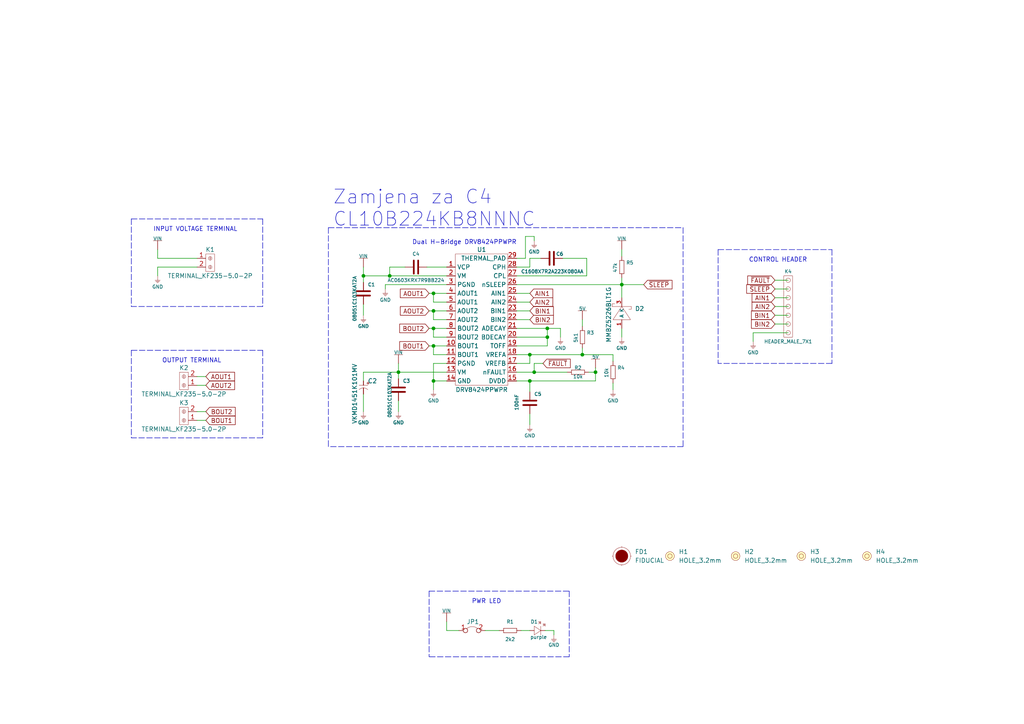
<source format=kicad_sch>
(kicad_sch (version 20210621) (generator eeschema)

  (uuid bbebf9b9-9102-4bcd-875a-94bbf2678288)

  (paper "A4")

  (lib_symbols
    (symbol "e-radionica.com schematics:0402LED" (pin_numbers hide) (pin_names (offset 0.254) hide) (in_bom yes) (on_board yes)
      (property "Reference" "D" (id 0) (at -0.635 2.54 0)
        (effects (font (size 1 1)))
      )
      (property "Value" "0402LED" (id 1) (at 0 -2.54 0)
        (effects (font (size 1 1)))
      )
      (property "Footprint" "e-radionica.com footprinti:0402LED" (id 2) (at 0 5.08 0)
        (effects (font (size 1 1)) hide)
      )
      (property "Datasheet" "" (id 3) (at 0 0 0)
        (effects (font (size 1 1)) hide)
      )
      (symbol "0402LED_0_1"
        (polyline
          (pts
            (xy -0.635 1.27)
            (xy 1.27 0)
          )
          (stroke (width 0.0006)) (fill (type none))
        )
        (polyline
          (pts
            (xy 0.635 1.905)
            (xy 1.27 2.54)
          )
          (stroke (width 0.0006)) (fill (type none))
        )
        (polyline
          (pts
            (xy 1.27 1.27)
            (xy 1.27 -1.27)
          )
          (stroke (width 0.0006)) (fill (type none))
        )
        (polyline
          (pts
            (xy 1.905 1.27)
            (xy 2.54 1.905)
          )
          (stroke (width 0.0006)) (fill (type none))
        )
        (polyline
          (pts
            (xy -0.635 1.27)
            (xy -0.635 -1.27)
            (xy 1.27 0)
          )
          (stroke (width 0.0006)) (fill (type none))
        )
        (polyline
          (pts
            (xy 1.27 2.54)
            (xy 0.635 2.54)
            (xy 1.27 1.905)
            (xy 1.27 2.54)
          )
          (stroke (width 0.0006)) (fill (type none))
        )
        (polyline
          (pts
            (xy 2.54 1.905)
            (xy 1.905 1.905)
            (xy 2.54 1.27)
            (xy 2.54 1.905)
          )
          (stroke (width 0.0006)) (fill (type none))
        )
      )
      (symbol "0402LED_1_1"
        (pin passive line (at -1.905 0 0) (length 1.27)
          (name "A" (effects (font (size 1.27 1.27))))
          (number "1" (effects (font (size 1.27 1.27))))
        )
        (pin passive line (at 2.54 0 180) (length 1.27)
          (name "K" (effects (font (size 1.27 1.27))))
          (number "2" (effects (font (size 1.27 1.27))))
        )
      )
    )
    (symbol "e-radionica.com schematics:0402R" (pin_numbers hide) (pin_names (offset 0.254)) (in_bom yes) (on_board yes)
      (property "Reference" "R" (id 0) (at -1.905 1.27 0)
        (effects (font (size 1 1)))
      )
      (property "Value" "0402R" (id 1) (at 0 -1.27 0)
        (effects (font (size 1 1)))
      )
      (property "Footprint" "e-radionica.com footprinti:0402R" (id 2) (at -2.54 1.905 0)
        (effects (font (size 1 1)) hide)
      )
      (property "Datasheet" "" (id 3) (at -2.54 1.905 0)
        (effects (font (size 1 1)) hide)
      )
      (symbol "0402R_0_1"
        (rectangle (start -1.905 -0.635) (end 1.905 -0.6604)
          (stroke (width 0.1)) (fill (type none))
        )
        (rectangle (start -1.905 0.635) (end -1.8796 -0.635)
          (stroke (width 0.1)) (fill (type none))
        )
        (rectangle (start -1.905 0.635) (end 1.905 0.6096)
          (stroke (width 0.1)) (fill (type none))
        )
        (rectangle (start 1.905 0.635) (end 1.9304 -0.635)
          (stroke (width 0.1)) (fill (type none))
        )
      )
      (symbol "0402R_1_1"
        (pin passive line (at -3.175 0 0) (length 1.27)
          (name "~" (effects (font (size 1.27 1.27))))
          (number "1" (effects (font (size 1.27 1.27))))
        )
        (pin passive line (at 3.175 0 180) (length 1.27)
          (name "~" (effects (font (size 1.27 1.27))))
          (number "2" (effects (font (size 1.27 1.27))))
        )
      )
    )
    (symbol "e-radionica.com schematics:0603C" (pin_numbers hide) (pin_names (offset 0.002)) (in_bom yes) (on_board yes)
      (property "Reference" "C" (id 0) (at -0.635 3.175 0)
        (effects (font (size 1 1)))
      )
      (property "Value" "0603C" (id 1) (at 0 -3.175 0)
        (effects (font (size 1 1)))
      )
      (property "Footprint" "e-radionica.com footprinti:0603C" (id 2) (at 0 0 0)
        (effects (font (size 1 1)) hide)
      )
      (property "Datasheet" "" (id 3) (at 0 0 0)
        (effects (font (size 1 1)) hide)
      )
      (symbol "0603C_0_1"
        (polyline
          (pts
            (xy -0.635 1.905)
            (xy -0.635 -1.905)
          )
          (stroke (width 0.5)) (fill (type none))
        )
        (polyline
          (pts
            (xy 0.635 1.905)
            (xy 0.635 -1.905)
          )
          (stroke (width 0.5)) (fill (type none))
        )
      )
      (symbol "0603C_1_1"
        (pin passive line (at -3.175 0 0) (length 2.54)
          (name "~" (effects (font (size 1.27 1.27))))
          (number "1" (effects (font (size 1.27 1.27))))
        )
        (pin passive line (at 3.175 0 180) (length 2.54)
          (name "~" (effects (font (size 1.27 1.27))))
          (number "2" (effects (font (size 1.27 1.27))))
        )
      )
    )
    (symbol "e-radionica.com schematics:0603R" (pin_numbers hide) (pin_names (offset 0.254)) (in_bom yes) (on_board yes)
      (property "Reference" "R" (id 0) (at -1.905 1.905 0)
        (effects (font (size 1 1)))
      )
      (property "Value" "0603R" (id 1) (at 0 -1.905 0)
        (effects (font (size 1 1)))
      )
      (property "Footprint" "e-radionica.com footprinti:0603R" (id 2) (at -0.635 1.905 0)
        (effects (font (size 1 1)) hide)
      )
      (property "Datasheet" "" (id 3) (at -0.635 1.905 0)
        (effects (font (size 1 1)) hide)
      )
      (symbol "0603R_0_1"
        (rectangle (start -1.905 -0.635) (end 1.905 -0.6604)
          (stroke (width 0.1)) (fill (type none))
        )
        (rectangle (start -1.905 0.635) (end -1.8796 -0.635)
          (stroke (width 0.1)) (fill (type none))
        )
        (rectangle (start -1.905 0.635) (end 1.905 0.6096)
          (stroke (width 0.1)) (fill (type none))
        )
        (rectangle (start 1.905 0.635) (end 1.9304 -0.635)
          (stroke (width 0.1)) (fill (type none))
        )
      )
      (symbol "0603R_1_1"
        (pin passive line (at -3.175 0 0) (length 1.27)
          (name "~" (effects (font (size 1.27 1.27))))
          (number "1" (effects (font (size 1.27 1.27))))
        )
        (pin passive line (at 3.175 0 180) (length 1.27)
          (name "~" (effects (font (size 1.27 1.27))))
          (number "2" (effects (font (size 1.27 1.27))))
        )
      )
    )
    (symbol "e-radionica.com schematics:0805C" (pin_numbers hide) (in_bom yes) (on_board yes)
      (property "Reference" "C" (id 0) (at -0.635 3.175 0)
        (effects (font (size 1 1)))
      )
      (property "Value" "0805C" (id 1) (at 0 -3.175 0)
        (effects (font (size 1 1)))
      )
      (property "Footprint" "e-radionica.com footprinti:0805C" (id 2) (at 0 0 0)
        (effects (font (size 1 1)) hide)
      )
      (property "Datasheet" "" (id 3) (at 0 0 0)
        (effects (font (size 1 1)) hide)
      )
      (symbol "0805C_0_1"
        (polyline
          (pts
            (xy -0.635 1.905)
            (xy -0.635 -1.905)
          )
          (stroke (width 0.5)) (fill (type none))
        )
        (polyline
          (pts
            (xy 0.635 1.905)
            (xy 0.635 -1.905)
          )
          (stroke (width 0.5)) (fill (type none))
        )
      )
      (symbol "0805C_1_1"
        (pin passive line (at -3.175 0 0) (length 2.54)
          (name "~" (effects (font (size 1.27 1.27))))
          (number "1" (effects (font (size 1.27 1.27))))
        )
        (pin passive line (at 3.175 0 180) (length 2.54)
          (name "~" (effects (font (size 1.27 1.27))))
          (number "2" (effects (font (size 1.27 1.27))))
        )
      )
    )
    (symbol "e-radionica.com schematics:5V" (power) (pin_names (offset 0)) (in_bom yes) (on_board yes)
      (property "Reference" "#PWR" (id 0) (at 4.445 0 0)
        (effects (font (size 1 1)) hide)
      )
      (property "Value" "5V" (id 1) (at 0 3.556 0)
        (effects (font (size 1 1)))
      )
      (property "Footprint" "" (id 2) (at 4.445 3.81 0)
        (effects (font (size 1 1)) hide)
      )
      (property "Datasheet" "" (id 3) (at 4.445 3.81 0)
        (effects (font (size 1 1)) hide)
      )
      (property "ki_keywords" "power-flag" (id 4) (at 0 0 0)
        (effects (font (size 1.27 1.27)) hide)
      )
      (property "ki_description" "Power symbol creates a global label with name \"+3V3\"" (id 5) (at 0 0 0)
        (effects (font (size 1.27 1.27)) hide)
      )
      (symbol "5V_0_1"
        (polyline
          (pts
            (xy -1.27 2.54)
            (xy 1.27 2.54)
          )
          (stroke (width 0.0006)) (fill (type none))
        )
        (polyline
          (pts
            (xy 0 0)
            (xy 0 2.54)
          )
          (stroke (width 0)) (fill (type none))
        )
      )
      (symbol "5V_1_1"
        (pin power_in line (at 0 0 90) (length 0) hide
          (name "5V" (effects (font (size 1.27 1.27))))
          (number "1" (effects (font (size 1.27 1.27))))
        )
      )
    )
    (symbol "e-radionica.com schematics:DRV8424PPWPR" (in_bom yes) (on_board yes)
      (property "Reference" "U" (id 0) (at 0 21.59 0)
        (effects (font (size 1.27 1.27)))
      )
      (property "Value" "DRV8424PPWPR" (id 1) (at 0 -19.05 0)
        (effects (font (size 1.27 1.27)))
      )
      (property "Footprint" "e-radionica.com footprinti:HTSSOP-28" (id 2) (at 0 -22.86 0)
        (effects (font (size 1.27 1.27)) hide)
      )
      (property "Datasheet" "" (id 3) (at 0 0 0)
        (effects (font (size 1.27 1.27)) hide)
      )
      (symbol "DRV8424PPWPR_0_1"
        (rectangle (start -7.62 20.32) (end 7.62 -17.78)
          (stroke (width 0.0006)) (fill (type none))
        )
      )
      (symbol "DRV8424PPWPR_1_1"
        (pin bidirectional line (at -10.16 16.51 0) (length 2.54)
          (name "VCP" (effects (font (size 1.27 1.27))))
          (number "1" (effects (font (size 1.27 1.27))))
        )
        (pin bidirectional line (at -10.16 -6.35 0) (length 2.54)
          (name "BOUT1" (effects (font (size 1.27 1.27))))
          (number "10" (effects (font (size 1.27 1.27))))
        )
        (pin bidirectional line (at -10.16 -8.89 0) (length 2.54)
          (name "BOUT1" (effects (font (size 1.27 1.27))))
          (number "11" (effects (font (size 1.27 1.27))))
        )
        (pin bidirectional line (at -10.16 -11.43 0) (length 2.54)
          (name "PGND" (effects (font (size 1.27 1.27))))
          (number "12" (effects (font (size 1.27 1.27))))
        )
        (pin bidirectional line (at -10.16 -13.97 0) (length 2.54)
          (name "VM" (effects (font (size 1.27 1.27))))
          (number "13" (effects (font (size 1.27 1.27))))
        )
        (pin bidirectional line (at -10.16 -16.51 0) (length 2.54)
          (name "GND" (effects (font (size 1.27 1.27))))
          (number "14" (effects (font (size 1.27 1.27))))
        )
        (pin bidirectional line (at 10.16 -16.51 180) (length 2.54)
          (name "DVDD" (effects (font (size 1.27 1.27))))
          (number "15" (effects (font (size 1.27 1.27))))
        )
        (pin bidirectional line (at 10.16 -13.97 180) (length 2.54)
          (name "nFAULT" (effects (font (size 1.27 1.27))))
          (number "16" (effects (font (size 1.27 1.27))))
        )
        (pin bidirectional line (at 10.16 -11.43 180) (length 2.54)
          (name "VREFB" (effects (font (size 1.27 1.27))))
          (number "17" (effects (font (size 1.27 1.27))))
        )
        (pin bidirectional line (at 10.16 -8.89 180) (length 2.54)
          (name "VREFA" (effects (font (size 1.27 1.27))))
          (number "18" (effects (font (size 1.27 1.27))))
        )
        (pin bidirectional line (at 10.16 -6.35 180) (length 2.54)
          (name "TOFF" (effects (font (size 1.27 1.27))))
          (number "19" (effects (font (size 1.27 1.27))))
        )
        (pin bidirectional line (at -10.16 13.97 0) (length 2.54)
          (name "VM" (effects (font (size 1.27 1.27))))
          (number "2" (effects (font (size 1.27 1.27))))
        )
        (pin bidirectional line (at 10.16 -3.81 180) (length 2.54)
          (name "BDECAY" (effects (font (size 1.27 1.27))))
          (number "20" (effects (font (size 1.27 1.27))))
        )
        (pin bidirectional line (at 10.16 -1.27 180) (length 2.54)
          (name "ADECAY" (effects (font (size 1.27 1.27))))
          (number "21" (effects (font (size 1.27 1.27))))
        )
        (pin bidirectional line (at 10.16 1.27 180) (length 2.54)
          (name "BIN2" (effects (font (size 1.27 1.27))))
          (number "22" (effects (font (size 1.27 1.27))))
        )
        (pin bidirectional line (at 10.16 3.81 180) (length 2.54)
          (name "BIN1" (effects (font (size 1.27 1.27))))
          (number "23" (effects (font (size 1.27 1.27))))
        )
        (pin bidirectional line (at 10.16 6.35 180) (length 2.54)
          (name "AIN2" (effects (font (size 1.27 1.27))))
          (number "24" (effects (font (size 1.27 1.27))))
        )
        (pin bidirectional line (at 10.16 8.89 180) (length 2.54)
          (name "AIN1" (effects (font (size 1.27 1.27))))
          (number "25" (effects (font (size 1.27 1.27))))
        )
        (pin bidirectional line (at 10.16 11.43 180) (length 2.54)
          (name "nSLEEP" (effects (font (size 1.27 1.27))))
          (number "26" (effects (font (size 1.27 1.27))))
        )
        (pin bidirectional line (at 10.16 13.97 180) (length 2.54)
          (name "CPL" (effects (font (size 1.27 1.27))))
          (number "27" (effects (font (size 1.27 1.27))))
        )
        (pin bidirectional line (at 10.16 16.51 180) (length 2.54)
          (name "CPH" (effects (font (size 1.27 1.27))))
          (number "28" (effects (font (size 1.27 1.27))))
        )
        (pin bidirectional line (at 10.16 19.05 180) (length 2.54)
          (name "THERMAL_PAD" (effects (font (size 1.27 1.27))))
          (number "29" (effects (font (size 1.27 1.27))))
        )
        (pin bidirectional line (at -10.16 11.43 0) (length 2.54)
          (name "PGND" (effects (font (size 1.27 1.27))))
          (number "3" (effects (font (size 1.27 1.27))))
        )
        (pin bidirectional line (at -10.16 8.89 0) (length 2.54)
          (name "AOUT1" (effects (font (size 1.27 1.27))))
          (number "4" (effects (font (size 1.27 1.27))))
        )
        (pin bidirectional line (at -10.16 6.35 0) (length 2.54)
          (name "AOUT1" (effects (font (size 1.27 1.27))))
          (number "5" (effects (font (size 1.27 1.27))))
        )
        (pin bidirectional line (at -10.16 3.81 0) (length 2.54)
          (name "AOUT2" (effects (font (size 1.27 1.27))))
          (number "6" (effects (font (size 1.27 1.27))))
        )
        (pin bidirectional line (at -10.16 1.27 0) (length 2.54)
          (name "AOUT2" (effects (font (size 1.27 1.27))))
          (number "7" (effects (font (size 1.27 1.27))))
        )
        (pin bidirectional line (at -10.16 -1.27 0) (length 2.54)
          (name "BOUT2" (effects (font (size 1.27 1.27))))
          (number "8" (effects (font (size 1.27 1.27))))
        )
        (pin bidirectional line (at -10.16 -3.81 0) (length 2.54)
          (name "BOUT2" (effects (font (size 1.27 1.27))))
          (number "9" (effects (font (size 1.27 1.27))))
        )
      )
    )
    (symbol "e-radionica.com schematics:ELECTROLITIC_CAP_8x8x14.5" (pin_numbers hide) (pin_names hide) (in_bom yes) (on_board yes)
      (property "Reference" "C" (id 0) (at -1.27 2.54 0)
        (effects (font (size 1.27 1.27)))
      )
      (property "Value" "ELECTROLITIC_CAP_8x8x14.5" (id 1) (at 0 -2.54 0)
        (effects (font (size 1.27 1.27)))
      )
      (property "Footprint" "e-radionica.com footprinti:ELECTROLITIC_CAP_8x8x14.5" (id 2) (at 0 -5.08 0)
        (effects (font (size 1.27 1.27)) hide)
      )
      (property "Datasheet" "" (id 3) (at 0 0 0)
        (effects (font (size 1.27 1.27)) hide)
      )
      (symbol "ELECTROLITIC_CAP_8x8x14.5_0_0"
        (text "+" (at -1.905 1.27 0)
          (effects (font (size 1 1)))
        )
      )
      (symbol "ELECTROLITIC_CAP_8x8x14.5_0_1"
        (arc (start -0.0001 1.27) (end -0.0001 -1.27) (radius (at 1.27 0) (length 1.7961) (angles 135 -135))
          (stroke (width 0.0006)) (fill (type none))
        )
        (polyline
          (pts
            (xy -1.27 -1.27)
            (xy -1.27 1.27)
          )
          (stroke (width 0.0006)) (fill (type none))
        )
      )
      (symbol "ELECTROLITIC_CAP_8x8x14.5_1_1"
        (pin input line (at -2.54 0 0) (length 1.27)
          (name "+" (effects (font (size 1.27 1.27))))
          (number "1" (effects (font (size 1.27 1.27))))
        )
        (pin input line (at 1.27 0 180) (length 1.8)
          (name "-" (effects (font (size 1.27 1.27))))
          (number "2" (effects (font (size 1.27 1.27))))
        )
      )
    )
    (symbol "e-radionica.com schematics:FIDUCIAL" (in_bom yes) (on_board yes)
      (property "Reference" "FD" (id 0) (at 0 3.81 0)
        (effects (font (size 1.27 1.27)))
      )
      (property "Value" "FIDUCIAL" (id 1) (at 0 -3.81 0)
        (effects (font (size 1.27 1.27)))
      )
      (property "Footprint" "e-radionica.com footprinti:FIDUCIAL_23" (id 2) (at 0.254 -5.334 0)
        (effects (font (size 1.27 1.27)) hide)
      )
      (property "Datasheet" "" (id 3) (at 0 0 0)
        (effects (font (size 1.27 1.27)) hide)
      )
      (symbol "FIDUCIAL_0_1"
        (circle (center 0 0) (radius 2.54) (stroke (width 0.0006)) (fill (type none)))
        (circle (center 0 0) (radius 1.7961) (stroke (width 0.001)) (fill (type outline)))
        (polyline
          (pts
            (xy -2.54 0)
            (xy -2.794 0)
          )
          (stroke (width 0.0006)) (fill (type none))
        )
        (polyline
          (pts
            (xy 0 -2.54)
            (xy 0 -2.794)
          )
          (stroke (width 0.0006)) (fill (type none))
        )
        (polyline
          (pts
            (xy 0 2.54)
            (xy 0 2.794)
          )
          (stroke (width 0.0006)) (fill (type none))
        )
        (polyline
          (pts
            (xy 2.54 0)
            (xy 2.794 0)
          )
          (stroke (width 0.0006)) (fill (type none))
        )
      )
    )
    (symbol "e-radionica.com schematics:GND" (power) (pin_names (offset 0)) (in_bom yes) (on_board yes)
      (property "Reference" "#PWR" (id 0) (at 4.445 0 0)
        (effects (font (size 1 1)) hide)
      )
      (property "Value" "GND" (id 1) (at 0 -2.921 0)
        (effects (font (size 1 1)))
      )
      (property "Footprint" "" (id 2) (at 4.445 3.81 0)
        (effects (font (size 1 1)) hide)
      )
      (property "Datasheet" "" (id 3) (at 4.445 3.81 0)
        (effects (font (size 1 1)) hide)
      )
      (property "ki_keywords" "power-flag" (id 4) (at 0 0 0)
        (effects (font (size 1.27 1.27)) hide)
      )
      (property "ki_description" "Power symbol creates a global label with name \"+3V3\"" (id 5) (at 0 0 0)
        (effects (font (size 1.27 1.27)) hide)
      )
      (symbol "GND_0_1"
        (polyline
          (pts
            (xy -0.762 -1.27)
            (xy 0.762 -1.27)
          )
          (stroke (width 0.0006)) (fill (type none))
        )
        (polyline
          (pts
            (xy -0.635 -1.524)
            (xy 0.635 -1.524)
          )
          (stroke (width 0.0006)) (fill (type none))
        )
        (polyline
          (pts
            (xy -0.381 -1.778)
            (xy 0.381 -1.778)
          )
          (stroke (width 0.0006)) (fill (type none))
        )
        (polyline
          (pts
            (xy -0.127 -2.032)
            (xy 0.127 -2.032)
          )
          (stroke (width 0.0006)) (fill (type none))
        )
        (polyline
          (pts
            (xy 0 0)
            (xy 0 -1.27)
          )
          (stroke (width 0.0006)) (fill (type none))
        )
      )
      (symbol "GND_1_1"
        (pin power_in line (at 0 0 270) (length 0) hide
          (name "GND" (effects (font (size 1.27 1.27))))
          (number "1" (effects (font (size 1.27 1.27))))
        )
      )
    )
    (symbol "e-radionica.com schematics:GND_3" (power) (pin_names (offset 0)) (in_bom yes) (on_board yes)
      (property "Reference" "#PWR" (id 0) (at 4.445 0 0)
        (effects (font (size 1 1)) hide)
      )
      (property "Value" "GND" (id 1) (at 0 -2.921 0)
        (effects (font (size 1 1)))
      )
      (property "Footprint" "" (id 2) (at 4.445 3.81 0)
        (effects (font (size 1 1)) hide)
      )
      (property "Datasheet" "" (id 3) (at 4.445 3.81 0)
        (effects (font (size 1 1)) hide)
      )
      (property "ki_keywords" "power-flag" (id 4) (at 0 0 0)
        (effects (font (size 1.27 1.27)) hide)
      )
      (property "ki_description" "Power symbol creates a global label with name \"+3V3\"" (id 5) (at 0 0 0)
        (effects (font (size 1.27 1.27)) hide)
      )
      (symbol "GND_3_0_1"
        (polyline
          (pts
            (xy -0.762 -1.27)
            (xy 0.762 -1.27)
          )
          (stroke (width 0.0006)) (fill (type none))
        )
        (polyline
          (pts
            (xy -0.635 -1.524)
            (xy 0.635 -1.524)
          )
          (stroke (width 0.0006)) (fill (type none))
        )
        (polyline
          (pts
            (xy -0.381 -1.778)
            (xy 0.381 -1.778)
          )
          (stroke (width 0.0006)) (fill (type none))
        )
        (polyline
          (pts
            (xy -0.127 -2.032)
            (xy 0.127 -2.032)
          )
          (stroke (width 0.0006)) (fill (type none))
        )
        (polyline
          (pts
            (xy 0 0)
            (xy 0 -1.27)
          )
          (stroke (width 0.0006)) (fill (type none))
        )
      )
      (symbol "GND_3_1_1"
        (pin power_in line (at 0 0 270) (length 0) hide
          (name "GND" (effects (font (size 1.27 1.27))))
          (number "1" (effects (font (size 1.27 1.27))))
        )
      )
    )
    (symbol "e-radionica.com schematics:HEADER_MALE_7X1" (pin_numbers hide) (pin_names hide) (in_bom yes) (on_board yes)
      (property "Reference" "K" (id 0) (at -0.635 10.16 0)
        (effects (font (size 1 1)))
      )
      (property "Value" "HEADER_MALE_7X1" (id 1) (at 0 -10.16 0)
        (effects (font (size 1 1)))
      )
      (property "Footprint" "e-radionica.com footprinti:HEADER_MALE_7X1" (id 2) (at 0 0 0)
        (effects (font (size 1 1)) hide)
      )
      (property "Datasheet" "" (id 3) (at 0 0 0)
        (effects (font (size 1 1)) hide)
      )
      (symbol "HEADER_MALE_7X1_0_1"
        (circle (center 0 -7.62) (radius 0.635) (stroke (width 0.0006)) (fill (type none)))
        (circle (center 0 -5.08) (radius 0.635) (stroke (width 0.0006)) (fill (type none)))
        (circle (center 0 -2.54) (radius 0.635) (stroke (width 0.0006)) (fill (type none)))
        (circle (center 0 0) (radius 0.635) (stroke (width 0.0006)) (fill (type none)))
        (circle (center 0 2.54) (radius 0.635) (stroke (width 0.0006)) (fill (type none)))
        (circle (center 0 5.08) (radius 0.635) (stroke (width 0.0006)) (fill (type none)))
        (circle (center 0 7.62) (radius 0.635) (stroke (width 0.0006)) (fill (type none)))
        (rectangle (start 1.27 -8.89) (end -1.27 8.89)
          (stroke (width 0.0006)) (fill (type none))
        )
      )
      (symbol "HEADER_MALE_7X1_1_1"
        (pin passive line (at 0 -7.62 180) (length 0)
          (name "~" (effects (font (size 0.991 0.991))))
          (number "1" (effects (font (size 0.991 0.991))))
        )
        (pin passive line (at 0 -5.08 180) (length 0)
          (name "~" (effects (font (size 0.991 0.991))))
          (number "2" (effects (font (size 0.991 0.991))))
        )
        (pin passive line (at 0 -2.54 180) (length 0)
          (name "~" (effects (font (size 0.991 0.991))))
          (number "3" (effects (font (size 0.991 0.991))))
        )
        (pin passive line (at 0 0 180) (length 0)
          (name "~" (effects (font (size 0.991 0.991))))
          (number "4" (effects (font (size 0.991 0.991))))
        )
        (pin passive line (at 0 2.54 180) (length 0)
          (name "~" (effects (font (size 0.991 0.991))))
          (number "5" (effects (font (size 0.991 0.991))))
        )
        (pin passive line (at 0 5.08 180) (length 0)
          (name "~" (effects (font (size 0.991 0.991))))
          (number "6" (effects (font (size 0.991 0.991))))
        )
        (pin passive line (at 0 7.62 180) (length 0)
          (name "~" (effects (font (size 0.991 0.991))))
          (number "7" (effects (font (size 0.991 0.991))))
        )
      )
    )
    (symbol "e-radionica.com schematics:HOLE_3.2mm" (pin_numbers hide) (pin_names hide) (in_bom yes) (on_board yes)
      (property "Reference" "H" (id 0) (at 0 2.54 0)
        (effects (font (size 1.27 1.27)))
      )
      (property "Value" "HOLE_3.2mm" (id 1) (at 0 -2.54 0)
        (effects (font (size 1.27 1.27)))
      )
      (property "Footprint" "e-radionica.com footprinti:HOLE_3.2mm" (id 2) (at 0 0 0)
        (effects (font (size 1.27 1.27)) hide)
      )
      (property "Datasheet" "" (id 3) (at 0 0 0)
        (effects (font (size 1.27 1.27)) hide)
      )
      (symbol "HOLE_3.2mm_0_1"
        (circle (center 0 0) (radius 0.635) (stroke (width 0.0006)) (fill (type none)))
        (circle (center 0 0) (radius 1.27) (stroke (width 0.001)) (fill (type background)))
      )
    )
    (symbol "e-radionica.com schematics:MMBZ5226BLT1G" (in_bom yes) (on_board yes)
      (property "Reference" "D" (id 0) (at 0 2.54 0)
        (effects (font (size 1.27 1.27)))
      )
      (property "Value" "MMBZ5226BLT1G" (id 1) (at 0 -3.81 0)
        (effects (font (size 1.27 1.27)))
      )
      (property "Footprint" "e-radionica.com footprinti:SOT-23-3" (id 2) (at 0 0 0)
        (effects (font (size 1.27 1.27)) hide)
      )
      (property "Datasheet" "" (id 3) (at 0 0 0)
        (effects (font (size 1.27 1.27)) hide)
      )
      (symbol "MMBZ5226BLT1G_0_1"
        (polyline
          (pts
            (xy -2.54 2.54)
            (xy -2.54 -2.54)
            (xy 1.27 0)
            (xy -2.54 2.54)
          )
          (stroke (width 0.0006)) (fill (type none))
        )
        (polyline
          (pts
            (xy 1.27 2.794)
            (xy 1.27 -2.794)
            (xy 0.508 -2.794)
            (xy 0.508 -2.032)
          )
          (stroke (width 0.0006)) (fill (type none))
        )
        (polyline
          (pts
            (xy 1.27 2.794)
            (xy 2.032 2.794)
            (xy 2.032 2.032)
            (xy 2.032 2.54)
          )
          (stroke (width 0.0006)) (fill (type none))
        )
      )
      (symbol "MMBZ5226BLT1G_1_1"
        (pin passive line (at -5.08 0 0) (length 2.54)
          (name "A" (effects (font (size 1 1))))
          (number "1" (effects (font (size 1 1))))
        )
        (pin passive line (at 3.81 0 180) (length 2.54)
          (name "K" (effects (font (size 1 1))))
          (number "3" (effects (font (size 1 1))))
        )
      )
    )
    (symbol "e-radionica.com schematics:SMD-JUMPER-CONNECTED_TRACE_SLODERMASK" (in_bom yes) (on_board yes)
      (property "Reference" "JP" (id 0) (at 0 3.556 0)
        (effects (font (size 1.27 1.27)))
      )
      (property "Value" "SMD-JUMPER-CONNECTED_TRACE_SLODERMASK" (id 1) (at 0 -2.54 0)
        (effects (font (size 1.27 1.27)))
      )
      (property "Footprint" "e-radionica.com footprinti:SMD-JUMPER-CONNECTED_TRACE_SLODERMASK" (id 2) (at 0 -5.715 0)
        (effects (font (size 1.27 1.27)) hide)
      )
      (property "Datasheet" "" (id 3) (at 0 0 0)
        (effects (font (size 1.27 1.27)) hide)
      )
      (symbol "SMD-JUMPER-CONNECTED_TRACE_SLODERMASK_0_1"
        (arc (start -1.8034 0.5588) (end 1.397 0.5842) (radius (at -0.1875 -1.4124) (length 2.5489) (angles 129.3 51.6))
          (stroke (width 0.0006)) (fill (type none))
        )
      )
      (symbol "SMD-JUMPER-CONNECTED_TRACE_SLODERMASK_1_1"
        (pin passive inverted (at -4.064 0 0) (length 2.54)
          (name "" (effects (font (size 1.27 1.27))))
          (number "1" (effects (font (size 1.27 1.27))))
        )
        (pin passive inverted (at 3.556 0 180) (length 2.54)
          (name "" (effects (font (size 1.27 1.27))))
          (number "2" (effects (font (size 1.27 1.27))))
        )
      )
    )
    (symbol "e-radionica.com schematics:TERMINAL_KF235-5.0-2P" (in_bom yes) (on_board yes)
      (property "Reference" "K" (id 0) (at 0 3.81 0)
        (effects (font (size 1.27 1.27)))
      )
      (property "Value" "TERMINAL_KF235-5.0-2P" (id 1) (at 0 -3.81 0)
        (effects (font (size 1.27 1.27)))
      )
      (property "Footprint" "e-radionica.com footprinti:TERMINAL_KF235-5.0-2P" (id 2) (at 0 0 0)
        (effects (font (size 1.27 1.27)) hide)
      )
      (property "Datasheet" "" (id 3) (at 0 0 0)
        (effects (font (size 1.27 1.27)) hide)
      )
      (symbol "TERMINAL_KF235-5.0-2P_0_1"
        (circle (center 0 -1.27) (radius 0.508) (stroke (width 0.0006)) (fill (type none)))
        (circle (center 0 1.27) (radius 0.508) (stroke (width 0.0006)) (fill (type none)))
        (rectangle (start -1.27 2.54) (end 1.27 -2.54)
          (stroke (width 0.0006)) (fill (type none))
        )
        (polyline
          (pts
            (xy -0.254 -1.27)
            (xy 0.254 -1.27)
          )
          (stroke (width 0.0006)) (fill (type none))
        )
        (polyline
          (pts
            (xy -0.254 1.27)
            (xy 0.254 1.27)
          )
          (stroke (width 0.0006)) (fill (type none))
        )
        (polyline
          (pts
            (xy 0 -0.762)
            (xy 0 -1.778)
          )
          (stroke (width 0.0006)) (fill (type none))
        )
        (polyline
          (pts
            (xy 0 1.778)
            (xy 0 0.762)
          )
          (stroke (width 0.0006)) (fill (type none))
        )
      )
      (symbol "TERMINAL_KF235-5.0-2P_1_1"
        (pin input line (at -3.81 1.27 0) (length 2.54)
          (name "~" (effects (font (size 1.27 1.27))))
          (number "1" (effects (font (size 1.27 1.27))))
        )
        (pin input line (at -3.81 -1.27 0) (length 2.54)
          (name "~" (effects (font (size 1.27 1.27))))
          (number "2" (effects (font (size 1.27 1.27))))
        )
      )
    )
    (symbol "e-radionica.com schematics:VIN" (power) (pin_names (offset 0)) (in_bom yes) (on_board yes)
      (property "Reference" "#PWR" (id 0) (at 4.445 0 0)
        (effects (font (size 1 1)) hide)
      )
      (property "Value" "VIN" (id 1) (at 0 3.556 0)
        (effects (font (size 1 1)))
      )
      (property "Footprint" "" (id 2) (at 4.445 3.81 0)
        (effects (font (size 1 1)) hide)
      )
      (property "Datasheet" "" (id 3) (at 4.445 3.81 0)
        (effects (font (size 1 1)) hide)
      )
      (property "ki_keywords" "power-flag" (id 4) (at 0 0 0)
        (effects (font (size 1.27 1.27)) hide)
      )
      (property "ki_description" "Power symbol creates a global label with name \"+3V3\"" (id 5) (at 0 0 0)
        (effects (font (size 1.27 1.27)) hide)
      )
      (symbol "VIN_0_1"
        (polyline
          (pts
            (xy -1.27 2.54)
            (xy 1.27 2.54)
          )
          (stroke (width 0.0006)) (fill (type none))
        )
        (polyline
          (pts
            (xy 0 0)
            (xy 0 2.54)
          )
          (stroke (width 0)) (fill (type none))
        )
      )
      (symbol "VIN_1_1"
        (pin power_in line (at 0 0 90) (length 0) hide
          (name "VIN" (effects (font (size 1.27 1.27))))
          (number "1" (effects (font (size 1.27 1.27))))
        )
      )
    )
  )

  (junction (at 105.41 80.01) (diameter 0.9144) (color 0 0 0 0))
  (junction (at 113.03 80.01) (diameter 0.9144) (color 0 0 0 0))
  (junction (at 115.57 107.95) (diameter 0.9144) (color 0 0 0 0))
  (junction (at 125.73 85.09) (diameter 0.9144) (color 0 0 0 0))
  (junction (at 125.73 90.17) (diameter 0.9144) (color 0 0 0 0))
  (junction (at 125.73 95.25) (diameter 0.9144) (color 0 0 0 0))
  (junction (at 125.73 100.33) (diameter 0.9144) (color 0 0 0 0))
  (junction (at 125.73 110.49) (diameter 0.9144) (color 0 0 0 0))
  (junction (at 153.67 102.87) (diameter 0.9144) (color 0 0 0 0))
  (junction (at 153.67 110.49) (diameter 0.9144) (color 0 0 0 0))
  (junction (at 154.94 107.95) (diameter 0.9144) (color 0 0 0 0))
  (junction (at 158.75 95.25) (diameter 0.9144) (color 0 0 0 0))
  (junction (at 158.75 97.79) (diameter 0.9144) (color 0 0 0 0))
  (junction (at 168.91 102.87) (diameter 0.9144) (color 0 0 0 0))
  (junction (at 172.72 107.95) (diameter 0.9144) (color 0 0 0 0))
  (junction (at 180.34 82.55) (diameter 0.9144) (color 0 0 0 0))

  (wire (pts (xy 45.72 74.93) (xy 45.72 72.39))
    (stroke (width 0) (type solid) (color 0 0 0 0))
    (uuid 19821bf2-4c6a-4902-828b-018ec6580096)
  )
  (wire (pts (xy 45.72 77.47) (xy 45.72 80.01))
    (stroke (width 0) (type solid) (color 0 0 0 0))
    (uuid 8a0d256d-0461-47c7-8741-79213fcc2b43)
  )
  (wire (pts (xy 57.15 74.93) (xy 45.72 74.93))
    (stroke (width 0) (type solid) (color 0 0 0 0))
    (uuid 19821bf2-4c6a-4902-828b-018ec6580096)
  )
  (wire (pts (xy 57.15 77.47) (xy 45.72 77.47))
    (stroke (width 0) (type solid) (color 0 0 0 0))
    (uuid 8a0d256d-0461-47c7-8741-79213fcc2b43)
  )
  (wire (pts (xy 57.15 109.22) (xy 59.69 109.22))
    (stroke (width 0) (type solid) (color 0 0 0 0))
    (uuid cde48ad9-d799-4582-b3ac-d0cfa59afd5c)
  )
  (wire (pts (xy 57.15 111.76) (xy 59.69 111.76))
    (stroke (width 0) (type solid) (color 0 0 0 0))
    (uuid e7fe1c4e-396b-45de-a301-6955efb96819)
  )
  (wire (pts (xy 57.15 119.38) (xy 59.69 119.38))
    (stroke (width 0) (type solid) (color 0 0 0 0))
    (uuid 009a8d50-355a-4de9-8fe5-e052acfecb3d)
  )
  (wire (pts (xy 57.15 121.92) (xy 59.69 121.92))
    (stroke (width 0) (type solid) (color 0 0 0 0))
    (uuid 70b3c836-7ffd-43f5-be4d-74a78654eaf2)
  )
  (wire (pts (xy 105.41 77.47) (xy 105.41 80.01))
    (stroke (width 0) (type solid) (color 0 0 0 0))
    (uuid 94d78cdd-543f-4b54-bb29-d9011f5ba6f5)
  )
  (wire (pts (xy 105.41 80.01) (xy 105.41 81.915))
    (stroke (width 0) (type solid) (color 0 0 0 0))
    (uuid e5a5fd1c-f4fd-4fc6-9c26-a285212529c2)
  )
  (wire (pts (xy 105.41 80.01) (xy 113.03 80.01))
    (stroke (width 0) (type solid) (color 0 0 0 0))
    (uuid c104d954-2bd7-4d71-a831-7ffb6dcf6d37)
  )
  (wire (pts (xy 105.41 88.265) (xy 105.41 91.44))
    (stroke (width 0) (type solid) (color 0 0 0 0))
    (uuid acb9aa73-f813-43a0-9fa6-65a9f190fbf6)
  )
  (wire (pts (xy 105.41 107.95) (xy 115.57 107.95))
    (stroke (width 0) (type solid) (color 0 0 0 0))
    (uuid ddc7ee4e-e6ca-4f00-9b0e-49ec15320cb8)
  )
  (wire (pts (xy 105.41 110.49) (xy 105.41 107.95))
    (stroke (width 0) (type solid) (color 0 0 0 0))
    (uuid ddc7ee4e-e6ca-4f00-9b0e-49ec15320cb8)
  )
  (wire (pts (xy 105.41 114.3) (xy 105.41 119.38))
    (stroke (width 0) (type solid) (color 0 0 0 0))
    (uuid 2ebe8faf-7e3f-49c2-9e99-c730199d4c31)
  )
  (wire (pts (xy 111.76 82.55) (xy 111.76 83.82))
    (stroke (width 0) (type solid) (color 0 0 0 0))
    (uuid 4896a988-52aa-4ca5-960a-6e231e58f1c4)
  )
  (wire (pts (xy 113.03 77.47) (xy 113.03 80.01))
    (stroke (width 0) (type solid) (color 0 0 0 0))
    (uuid 8fb79205-591c-42da-9845-226037c02cee)
  )
  (wire (pts (xy 113.03 77.47) (xy 117.475 77.47))
    (stroke (width 0) (type solid) (color 0 0 0 0))
    (uuid 3d276b58-94f4-457b-aadb-16ca5f5db079)
  )
  (wire (pts (xy 113.03 80.01) (xy 129.54 80.01))
    (stroke (width 0) (type solid) (color 0 0 0 0))
    (uuid c104d954-2bd7-4d71-a831-7ffb6dcf6d37)
  )
  (wire (pts (xy 115.57 107.95) (xy 115.57 105.41))
    (stroke (width 0) (type solid) (color 0 0 0 0))
    (uuid 0f73441d-95e6-4eaa-913f-d68821203733)
  )
  (wire (pts (xy 115.57 107.95) (xy 115.57 109.855))
    (stroke (width 0) (type solid) (color 0 0 0 0))
    (uuid 0535f76e-490c-40c7-9e91-f87152c21f86)
  )
  (wire (pts (xy 115.57 116.205) (xy 115.57 119.38))
    (stroke (width 0) (type solid) (color 0 0 0 0))
    (uuid ca176c1d-33b6-43c7-9325-7eed0e57692a)
  )
  (wire (pts (xy 123.825 77.47) (xy 129.54 77.47))
    (stroke (width 0) (type solid) (color 0 0 0 0))
    (uuid f69a635e-73d1-41d9-9673-5296859df360)
  )
  (wire (pts (xy 124.46 90.17) (xy 125.73 90.17))
    (stroke (width 0) (type solid) (color 0 0 0 0))
    (uuid 1c84b777-c062-47e1-a448-f74086675e35)
  )
  (wire (pts (xy 124.46 95.25) (xy 125.73 95.25))
    (stroke (width 0) (type solid) (color 0 0 0 0))
    (uuid a42ea849-f621-4f26-8a1c-a8801767a51f)
  )
  (wire (pts (xy 124.46 100.33) (xy 125.73 100.33))
    (stroke (width 0) (type solid) (color 0 0 0 0))
    (uuid 9cd484d7-74db-492d-8ce7-d8b68e7fd817)
  )
  (wire (pts (xy 125.73 85.09) (xy 124.46 85.09))
    (stroke (width 0) (type solid) (color 0 0 0 0))
    (uuid a370b11f-70c3-4b01-a5a5-837393a19b38)
  )
  (wire (pts (xy 125.73 85.09) (xy 129.54 85.09))
    (stroke (width 0) (type solid) (color 0 0 0 0))
    (uuid c8cf9b90-fe10-4bea-a669-19f5a8b0e034)
  )
  (wire (pts (xy 125.73 87.63) (xy 125.73 85.09))
    (stroke (width 0) (type solid) (color 0 0 0 0))
    (uuid a370b11f-70c3-4b01-a5a5-837393a19b38)
  )
  (wire (pts (xy 125.73 90.17) (xy 129.54 90.17))
    (stroke (width 0) (type solid) (color 0 0 0 0))
    (uuid 1c84b777-c062-47e1-a448-f74086675e35)
  )
  (wire (pts (xy 125.73 92.71) (xy 125.73 90.17))
    (stroke (width 0) (type solid) (color 0 0 0 0))
    (uuid 48a4c50f-a00f-4a2a-b095-56e12c8a016c)
  )
  (wire (pts (xy 125.73 95.25) (xy 129.54 95.25))
    (stroke (width 0) (type solid) (color 0 0 0 0))
    (uuid a42ea849-f621-4f26-8a1c-a8801767a51f)
  )
  (wire (pts (xy 125.73 97.79) (xy 125.73 95.25))
    (stroke (width 0) (type solid) (color 0 0 0 0))
    (uuid 52bdf83b-928b-42b1-aa86-c5b8396f9d66)
  )
  (wire (pts (xy 125.73 100.33) (xy 129.54 100.33))
    (stroke (width 0) (type solid) (color 0 0 0 0))
    (uuid 9cd484d7-74db-492d-8ce7-d8b68e7fd817)
  )
  (wire (pts (xy 125.73 102.87) (xy 125.73 100.33))
    (stroke (width 0) (type solid) (color 0 0 0 0))
    (uuid e2875e64-f9f2-4690-8ea3-1b894f1a3fbb)
  )
  (wire (pts (xy 125.73 105.41) (xy 125.73 110.49))
    (stroke (width 0) (type solid) (color 0 0 0 0))
    (uuid f2d1aa80-3b4e-48ff-b1f4-121c2e763cf9)
  )
  (wire (pts (xy 125.73 110.49) (xy 125.73 113.03))
    (stroke (width 0) (type solid) (color 0 0 0 0))
    (uuid 63b8d83c-b670-4777-9601-3ede4551e970)
  )
  (wire (pts (xy 129.54 82.55) (xy 111.76 82.55))
    (stroke (width 0) (type solid) (color 0 0 0 0))
    (uuid 4896a988-52aa-4ca5-960a-6e231e58f1c4)
  )
  (wire (pts (xy 129.54 87.63) (xy 125.73 87.63))
    (stroke (width 0) (type solid) (color 0 0 0 0))
    (uuid a370b11f-70c3-4b01-a5a5-837393a19b38)
  )
  (wire (pts (xy 129.54 92.71) (xy 125.73 92.71))
    (stroke (width 0) (type solid) (color 0 0 0 0))
    (uuid 48a4c50f-a00f-4a2a-b095-56e12c8a016c)
  )
  (wire (pts (xy 129.54 97.79) (xy 125.73 97.79))
    (stroke (width 0) (type solid) (color 0 0 0 0))
    (uuid 52bdf83b-928b-42b1-aa86-c5b8396f9d66)
  )
  (wire (pts (xy 129.54 102.87) (xy 125.73 102.87))
    (stroke (width 0) (type solid) (color 0 0 0 0))
    (uuid e2875e64-f9f2-4690-8ea3-1b894f1a3fbb)
  )
  (wire (pts (xy 129.54 105.41) (xy 125.73 105.41))
    (stroke (width 0) (type solid) (color 0 0 0 0))
    (uuid f2d1aa80-3b4e-48ff-b1f4-121c2e763cf9)
  )
  (wire (pts (xy 129.54 107.95) (xy 115.57 107.95))
    (stroke (width 0) (type solid) (color 0 0 0 0))
    (uuid 0f73441d-95e6-4eaa-913f-d68821203733)
  )
  (wire (pts (xy 129.54 110.49) (xy 125.73 110.49))
    (stroke (width 0) (type solid) (color 0 0 0 0))
    (uuid 63b8d83c-b670-4777-9601-3ede4551e970)
  )
  (wire (pts (xy 129.54 182.88) (xy 129.54 180.34))
    (stroke (width 0) (type solid) (color 0 0 0 0))
    (uuid 3b37ee8c-f558-40a6-abb5-2d18e4206556)
  )
  (wire (pts (xy 133.096 182.88) (xy 129.54 182.88))
    (stroke (width 0) (type solid) (color 0 0 0 0))
    (uuid 3b37ee8c-f558-40a6-abb5-2d18e4206556)
  )
  (wire (pts (xy 140.716 182.88) (xy 144.78 182.88))
    (stroke (width 0) (type solid) (color 0 0 0 0))
    (uuid 330b4033-f7ca-4715-b5c7-6e211e3ea6c4)
  )
  (wire (pts (xy 149.86 74.93) (xy 152.4 74.93))
    (stroke (width 0) (type solid) (color 0 0 0 0))
    (uuid ffed77c6-4c6c-41c9-8d27-c9708d857c01)
  )
  (wire (pts (xy 149.86 80.01) (xy 170.18 80.01))
    (stroke (width 0) (type solid) (color 0 0 0 0))
    (uuid 82ec261f-4c5b-4ed8-bb3c-f6c7d3459373)
  )
  (wire (pts (xy 149.86 82.55) (xy 180.34 82.55))
    (stroke (width 0) (type solid) (color 0 0 0 0))
    (uuid 4d00d6b1-f0d7-4c4f-9733-3b699c8cf2af)
  )
  (wire (pts (xy 149.86 85.09) (xy 153.67 85.09))
    (stroke (width 0) (type solid) (color 0 0 0 0))
    (uuid 1e509830-a6bd-4e16-acec-ca7d4e667710)
  )
  (wire (pts (xy 149.86 87.63) (xy 153.67 87.63))
    (stroke (width 0) (type solid) (color 0 0 0 0))
    (uuid ba5f24b4-33d1-48e4-b5e8-2130599a9797)
  )
  (wire (pts (xy 149.86 90.17) (xy 153.67 90.17))
    (stroke (width 0) (type solid) (color 0 0 0 0))
    (uuid 9f6e54a8-e310-4b8e-8f75-4203c4fa9799)
  )
  (wire (pts (xy 149.86 92.71) (xy 153.67 92.71))
    (stroke (width 0) (type solid) (color 0 0 0 0))
    (uuid 880a7f95-0e18-4930-a73d-e11f66e88820)
  )
  (wire (pts (xy 149.86 95.25) (xy 158.75 95.25))
    (stroke (width 0) (type solid) (color 0 0 0 0))
    (uuid 0595d909-a32c-4750-87dc-ca978e6d5e0e)
  )
  (wire (pts (xy 149.86 97.79) (xy 158.75 97.79))
    (stroke (width 0) (type solid) (color 0 0 0 0))
    (uuid 38038339-b6f9-4dce-8b6e-c982630cff38)
  )
  (wire (pts (xy 149.86 100.33) (xy 158.75 100.33))
    (stroke (width 0) (type solid) (color 0 0 0 0))
    (uuid 94af6c39-b3fc-4dbc-9bfa-ed89fce89d1d)
  )
  (wire (pts (xy 149.86 102.87) (xy 153.67 102.87))
    (stroke (width 0) (type solid) (color 0 0 0 0))
    (uuid 01a40160-1e18-4b5f-9c90-eee289486539)
  )
  (wire (pts (xy 149.86 105.41) (xy 153.67 105.41))
    (stroke (width 0) (type solid) (color 0 0 0 0))
    (uuid 99cb9b7e-ba46-42c1-84be-5dffed845a50)
  )
  (wire (pts (xy 149.86 107.95) (xy 154.94 107.95))
    (stroke (width 0) (type solid) (color 0 0 0 0))
    (uuid f5b32c75-6e12-475a-83cb-3abc295351a7)
  )
  (wire (pts (xy 149.86 110.49) (xy 153.67 110.49))
    (stroke (width 0) (type solid) (color 0 0 0 0))
    (uuid 88fa420a-3929-409a-bfd2-bf25d946a9bf)
  )
  (wire (pts (xy 151.13 182.88) (xy 153.67 182.88))
    (stroke (width 0) (type solid) (color 0 0 0 0))
    (uuid c149cbdb-ad37-472f-bb24-aafd9cd02c74)
  )
  (wire (pts (xy 152.4 68.58) (xy 154.94 68.58))
    (stroke (width 0) (type solid) (color 0 0 0 0))
    (uuid ffed77c6-4c6c-41c9-8d27-c9708d857c01)
  )
  (wire (pts (xy 152.4 74.93) (xy 152.4 68.58))
    (stroke (width 0) (type solid) (color 0 0 0 0))
    (uuid ffed77c6-4c6c-41c9-8d27-c9708d857c01)
  )
  (wire (pts (xy 153.67 74.93) (xy 153.67 77.47))
    (stroke (width 0) (type solid) (color 0 0 0 0))
    (uuid 60300efa-e909-4cc4-a7ac-92546cdc23f8)
  )
  (wire (pts (xy 153.67 77.47) (xy 149.86 77.47))
    (stroke (width 0) (type solid) (color 0 0 0 0))
    (uuid 60300efa-e909-4cc4-a7ac-92546cdc23f8)
  )
  (wire (pts (xy 153.67 102.87) (xy 168.91 102.87))
    (stroke (width 0) (type solid) (color 0 0 0 0))
    (uuid 01a40160-1e18-4b5f-9c90-eee289486539)
  )
  (wire (pts (xy 153.67 105.41) (xy 153.67 102.87))
    (stroke (width 0) (type solid) (color 0 0 0 0))
    (uuid 99cb9b7e-ba46-42c1-84be-5dffed845a50)
  )
  (wire (pts (xy 153.67 110.49) (xy 153.67 113.665))
    (stroke (width 0) (type solid) (color 0 0 0 0))
    (uuid a90c38f6-7d97-45be-8960-138a9f8171bd)
  )
  (wire (pts (xy 153.67 110.49) (xy 172.72 110.49))
    (stroke (width 0) (type solid) (color 0 0 0 0))
    (uuid 88fa420a-3929-409a-bfd2-bf25d946a9bf)
  )
  (wire (pts (xy 153.67 120.015) (xy 153.67 123.19))
    (stroke (width 0) (type solid) (color 0 0 0 0))
    (uuid 0950122d-bc23-4405-a99d-797d939c1b04)
  )
  (wire (pts (xy 154.94 68.58) (xy 154.94 69.85))
    (stroke (width 0) (type solid) (color 0 0 0 0))
    (uuid ffed77c6-4c6c-41c9-8d27-c9708d857c01)
  )
  (wire (pts (xy 154.94 105.41) (xy 154.94 107.95))
    (stroke (width 0) (type solid) (color 0 0 0 0))
    (uuid 54a07fbd-9f49-4894-b2f4-94bf6efabc21)
  )
  (wire (pts (xy 154.94 105.41) (xy 157.48 105.41))
    (stroke (width 0) (type solid) (color 0 0 0 0))
    (uuid e27e4047-9596-410f-93e8-dd72dde276f6)
  )
  (wire (pts (xy 154.94 107.95) (xy 164.465 107.95))
    (stroke (width 0) (type solid) (color 0 0 0 0))
    (uuid 5b0c568d-f053-4c69-a534-0d63a16c053a)
  )
  (wire (pts (xy 156.845 74.93) (xy 153.67 74.93))
    (stroke (width 0) (type solid) (color 0 0 0 0))
    (uuid 60300efa-e909-4cc4-a7ac-92546cdc23f8)
  )
  (wire (pts (xy 158.75 95.25) (xy 162.56 95.25))
    (stroke (width 0) (type solid) (color 0 0 0 0))
    (uuid 94af6c39-b3fc-4dbc-9bfa-ed89fce89d1d)
  )
  (wire (pts (xy 158.75 97.79) (xy 158.75 95.25))
    (stroke (width 0) (type solid) (color 0 0 0 0))
    (uuid 94af6c39-b3fc-4dbc-9bfa-ed89fce89d1d)
  )
  (wire (pts (xy 158.75 100.33) (xy 158.75 97.79))
    (stroke (width 0) (type solid) (color 0 0 0 0))
    (uuid 94af6c39-b3fc-4dbc-9bfa-ed89fce89d1d)
  )
  (wire (pts (xy 160.655 182.88) (xy 158.115 182.88))
    (stroke (width 0) (type solid) (color 0 0 0 0))
    (uuid 223264ae-4715-4537-8a0a-e7da59e022c2)
  )
  (wire (pts (xy 160.655 182.88) (xy 160.655 184.15))
    (stroke (width 0) (type solid) (color 0 0 0 0))
    (uuid 5f97a9ab-fb8f-44f3-bfe8-41c76e28ce7c)
  )
  (wire (pts (xy 162.56 95.25) (xy 162.56 97.79))
    (stroke (width 0) (type solid) (color 0 0 0 0))
    (uuid 94af6c39-b3fc-4dbc-9bfa-ed89fce89d1d)
  )
  (wire (pts (xy 163.195 74.93) (xy 170.18 74.93))
    (stroke (width 0) (type solid) (color 0 0 0 0))
    (uuid 82ec261f-4c5b-4ed8-bb3c-f6c7d3459373)
  )
  (wire (pts (xy 168.91 92.71) (xy 168.91 94.615))
    (stroke (width 0) (type solid) (color 0 0 0 0))
    (uuid b8393c47-2627-4f30-9d54-3d9b883e5e56)
  )
  (wire (pts (xy 168.91 102.87) (xy 168.91 100.965))
    (stroke (width 0) (type solid) (color 0 0 0 0))
    (uuid 01a40160-1e18-4b5f-9c90-eee289486539)
  )
  (wire (pts (xy 170.18 80.01) (xy 170.18 74.93))
    (stroke (width 0) (type solid) (color 0 0 0 0))
    (uuid 82ec261f-4c5b-4ed8-bb3c-f6c7d3459373)
  )
  (wire (pts (xy 170.815 107.95) (xy 172.72 107.95))
    (stroke (width 0) (type solid) (color 0 0 0 0))
    (uuid 378d5cf5-88d6-44dd-8fd0-498019576e6f)
  )
  (wire (pts (xy 172.72 106.68) (xy 172.72 107.95))
    (stroke (width 0) (type solid) (color 0 0 0 0))
    (uuid 97e9ff4d-601f-45eb-83c1-fcb174531223)
  )
  (wire (pts (xy 172.72 107.95) (xy 172.72 110.49))
    (stroke (width 0) (type solid) (color 0 0 0 0))
    (uuid 97e9ff4d-601f-45eb-83c1-fcb174531223)
  )
  (wire (pts (xy 177.8 102.87) (xy 168.91 102.87))
    (stroke (width 0) (type solid) (color 0 0 0 0))
    (uuid 17e97825-f685-4de0-92f9-b8d175ac7be1)
  )
  (wire (pts (xy 177.8 104.775) (xy 177.8 102.87))
    (stroke (width 0) (type solid) (color 0 0 0 0))
    (uuid 17e97825-f685-4de0-92f9-b8d175ac7be1)
  )
  (wire (pts (xy 177.8 111.125) (xy 177.8 113.03))
    (stroke (width 0) (type solid) (color 0 0 0 0))
    (uuid 4d1753c7-eadb-4b89-82d8-1b593a01203b)
  )
  (wire (pts (xy 180.34 72.39) (xy 180.34 74.295))
    (stroke (width 0) (type solid) (color 0 0 0 0))
    (uuid 5ee0dcb7-2388-4b3e-a6cf-58ef01a95c87)
  )
  (wire (pts (xy 180.34 80.645) (xy 180.34 82.55))
    (stroke (width 0) (type solid) (color 0 0 0 0))
    (uuid 00d3b395-6739-47a5-b11b-1f655b0aa988)
  )
  (wire (pts (xy 180.34 82.55) (xy 180.34 86.36))
    (stroke (width 0) (type solid) (color 0 0 0 0))
    (uuid 91e9a21d-0079-4ff8-bb94-0bb08b0a8293)
  )
  (wire (pts (xy 180.34 82.55) (xy 186.69 82.55))
    (stroke (width 0) (type solid) (color 0 0 0 0))
    (uuid 4d00d6b1-f0d7-4c4f-9733-3b699c8cf2af)
  )
  (wire (pts (xy 180.34 95.25) (xy 180.34 97.79))
    (stroke (width 0) (type solid) (color 0 0 0 0))
    (uuid fc707cbd-9630-48da-b01a-38ca3eead950)
  )
  (wire (pts (xy 218.44 96.52) (xy 218.44 99.06))
    (stroke (width 0) (type solid) (color 0 0 0 0))
    (uuid 4c0ea0bf-e5e6-49c0-a910-a9ed99faff77)
  )
  (wire (pts (xy 224.79 81.28) (xy 228.6 81.28))
    (stroke (width 0) (type solid) (color 0 0 0 0))
    (uuid 53ede365-56a7-4369-b4a5-79f31f3f9d4f)
  )
  (wire (pts (xy 224.79 83.82) (xy 228.6 83.82))
    (stroke (width 0) (type solid) (color 0 0 0 0))
    (uuid 986e2235-4a12-4e1c-8a52-f8dbb8c290e3)
  )
  (wire (pts (xy 224.79 86.36) (xy 228.6 86.36))
    (stroke (width 0) (type solid) (color 0 0 0 0))
    (uuid bffe9254-b83e-4f4b-87cb-a0b4a4fabbc0)
  )
  (wire (pts (xy 224.79 88.9) (xy 228.6 88.9))
    (stroke (width 0) (type solid) (color 0 0 0 0))
    (uuid ad7ea673-dcde-407c-8e99-182ad2feb67a)
  )
  (wire (pts (xy 224.79 91.44) (xy 228.6 91.44))
    (stroke (width 0) (type solid) (color 0 0 0 0))
    (uuid 4d21cfc5-0426-4aa1-ac18-6e16967e9be9)
  )
  (wire (pts (xy 224.79 93.98) (xy 228.6 93.98))
    (stroke (width 0) (type solid) (color 0 0 0 0))
    (uuid 7735a4bf-aee0-4e22-b452-26560835f332)
  )
  (wire (pts (xy 228.6 96.52) (xy 218.44 96.52))
    (stroke (width 0) (type solid) (color 0 0 0 0))
    (uuid 4c0ea0bf-e5e6-49c0-a910-a9ed99faff77)
  )
  (polyline (pts (xy 38.1 63.5) (xy 38.1 88.9))
    (stroke (width 0) (type dash) (color 0 0 0 0))
    (uuid ab03ba5a-d77e-4567-b88f-e1f80a3be8ca)
  )
  (polyline (pts (xy 38.1 63.5) (xy 76.2 63.5))
    (stroke (width 0) (type dash) (color 0 0 0 0))
    (uuid ab03ba5a-d77e-4567-b88f-e1f80a3be8ca)
  )
  (polyline (pts (xy 38.1 101.6) (xy 38.1 127))
    (stroke (width 0) (type dash) (color 0 0 0 0))
    (uuid 5ff8f3ed-3053-4ff3-9373-e1acc868108b)
  )
  (polyline (pts (xy 38.1 101.6) (xy 76.2 101.6))
    (stroke (width 0) (type dash) (color 0 0 0 0))
    (uuid 5ff8f3ed-3053-4ff3-9373-e1acc868108b)
  )
  (polyline (pts (xy 76.2 63.5) (xy 76.2 88.9))
    (stroke (width 0) (type dash) (color 0 0 0 0))
    (uuid ab03ba5a-d77e-4567-b88f-e1f80a3be8ca)
  )
  (polyline (pts (xy 76.2 88.9) (xy 38.1 88.9))
    (stroke (width 0) (type dash) (color 0 0 0 0))
    (uuid ab03ba5a-d77e-4567-b88f-e1f80a3be8ca)
  )
  (polyline (pts (xy 76.2 101.6) (xy 76.2 127))
    (stroke (width 0) (type dash) (color 0 0 0 0))
    (uuid 5ff8f3ed-3053-4ff3-9373-e1acc868108b)
  )
  (polyline (pts (xy 76.2 127) (xy 38.1 127))
    (stroke (width 0) (type dash) (color 0 0 0 0))
    (uuid 5ff8f3ed-3053-4ff3-9373-e1acc868108b)
  )
  (polyline (pts (xy 95.25 66.04) (xy 95.25 129.54))
    (stroke (width 0) (type dash) (color 0 0 0 0))
    (uuid e844103c-4722-41f3-b3bf-0ddbd6c13143)
  )
  (polyline (pts (xy 95.25 66.04) (xy 198.12 66.04))
    (stroke (width 0) (type dash) (color 0 0 0 0))
    (uuid e844103c-4722-41f3-b3bf-0ddbd6c13143)
  )
  (polyline (pts (xy 124.46 171.45) (xy 124.46 190.5))
    (stroke (width 0) (type dash) (color 0 0 0 0))
    (uuid caf1d8ab-7c29-4c36-b801-bf8889e07c36)
  )
  (polyline (pts (xy 124.46 171.45) (xy 165.1 171.45))
    (stroke (width 0) (type dash) (color 0 0 0 0))
    (uuid f98e0ded-1e62-4ad5-8d8f-8d1228f96a8c)
  )
  (polyline (pts (xy 165.1 171.45) (xy 165.1 190.5))
    (stroke (width 0) (type dash) (color 0 0 0 0))
    (uuid 73b1f234-00a9-4ce3-bb50-ab18b301c8c3)
  )
  (polyline (pts (xy 165.1 190.5) (xy 124.46 190.5))
    (stroke (width 0) (type dash) (color 0 0 0 0))
    (uuid 4089cf02-951d-443a-a0f7-9d2381945e63)
  )
  (polyline (pts (xy 198.12 66.04) (xy 198.12 129.54))
    (stroke (width 0) (type dash) (color 0 0 0 0))
    (uuid e844103c-4722-41f3-b3bf-0ddbd6c13143)
  )
  (polyline (pts (xy 198.12 129.54) (xy 95.25 129.54))
    (stroke (width 0) (type dash) (color 0 0 0 0))
    (uuid e844103c-4722-41f3-b3bf-0ddbd6c13143)
  )
  (polyline (pts (xy 208.28 72.39) (xy 208.28 105.41))
    (stroke (width 0) (type dash) (color 0 0 0 0))
    (uuid 3b3f87f1-8f5d-4e5b-b7a1-001fa2306b7e)
  )
  (polyline (pts (xy 208.28 72.39) (xy 241.3 72.39))
    (stroke (width 0) (type dash) (color 0 0 0 0))
    (uuid 3b3f87f1-8f5d-4e5b-b7a1-001fa2306b7e)
  )
  (polyline (pts (xy 241.3 72.39) (xy 241.3 105.41))
    (stroke (width 0) (type dash) (color 0 0 0 0))
    (uuid 3b3f87f1-8f5d-4e5b-b7a1-001fa2306b7e)
  )
  (polyline (pts (xy 241.3 105.41) (xy 208.28 105.41))
    (stroke (width 0) (type dash) (color 0 0 0 0))
    (uuid 3b3f87f1-8f5d-4e5b-b7a1-001fa2306b7e)
  )

  (text "INPUT VOLTAGE TERMINAL" (at 44.45 67.31 0)
    (effects (font (size 1.27 1.27)) (justify left bottom))
    (uuid bbf7c0ee-51a5-44bf-8f15-0d8a4cfa5454)
  )
  (text "OUTPUT TERMINAL" (at 46.99 105.41 0)
    (effects (font (size 1.27 1.27)) (justify left bottom))
    (uuid 61e46024-b24f-4a6a-80e3-0bceddae2b65)
  )
  (text "Zamjena za C4\nCL10B224KB8NNNC" (at 96.52 66.04 0)
    (effects (font (size 4 4)) (justify left bottom))
    (uuid 60cf7a1e-4e25-481b-bd74-1489ed5f66fb)
  )
  (text "PWR LED" (at 145.415 175.26 180)
    (effects (font (size 1.27 1.27)) (justify right bottom))
    (uuid 92391a85-af49-4060-af63-db4caacc3546)
  )
  (text "Dual H-Bridge DRV8424PPWPR" (at 149.86 71.12 180)
    (effects (font (size 1.27 1.27)) (justify right bottom))
    (uuid 00e56e4c-28e5-4e59-917e-dbf4d5220ab4)
  )
  (text "CONTROL HEADER" (at 217.17 76.2 0)
    (effects (font (size 1.27 1.27)) (justify left bottom))
    (uuid 0a71c09d-f19a-4a87-b433-5e5820970510)
  )

  (global_label "AOUT1" (shape input) (at 59.69 109.22 0)
    (effects (font (size 1.27 1.27)) (justify left))
    (uuid 6422153c-c015-4f0d-997f-b4e77ecd96bb)
    (property "Intersheet References" "${INTERSHEET_REFS}" (id 0) (at 69.5538 109.2994 0)
      (effects (font (size 1.27 1.27)) (justify left) hide)
    )
  )
  (global_label "AOUT2" (shape input) (at 59.69 111.76 0)
    (effects (font (size 1.27 1.27)) (justify left))
    (uuid d7f436b5-b714-4ccc-b637-d96dff829331)
    (property "Intersheet References" "${INTERSHEET_REFS}" (id 0) (at 69.5538 111.8394 0)
      (effects (font (size 1.27 1.27)) (justify left) hide)
    )
  )
  (global_label "BOUT2" (shape input) (at 59.69 119.38 0)
    (effects (font (size 1.27 1.27)) (justify left))
    (uuid cf3bff9c-808b-4bef-a6ca-3dd5efca80f6)
    (property "Intersheet References" "${INTERSHEET_REFS}" (id 0) (at 69.7352 119.4594 0)
      (effects (font (size 1.27 1.27)) (justify left) hide)
    )
  )
  (global_label "BOUT1" (shape input) (at 59.69 121.92 0)
    (effects (font (size 1.27 1.27)) (justify left))
    (uuid 05f69faf-ed1a-436c-a2ef-e7db1722af7f)
    (property "Intersheet References" "${INTERSHEET_REFS}" (id 0) (at 69.7352 121.9994 0)
      (effects (font (size 1.27 1.27)) (justify left) hide)
    )
  )
  (global_label "AOUT1" (shape input) (at 124.46 85.09 180)
    (effects (font (size 1.27 1.27)) (justify right))
    (uuid 79b5979a-fffd-43d5-9bf3-a1ac3de8ab1b)
    (property "Intersheet References" "${INTERSHEET_REFS}" (id 0) (at 114.5962 85.0106 0)
      (effects (font (size 1.27 1.27)) (justify right) hide)
    )
  )
  (global_label "AOUT2" (shape input) (at 124.46 90.17 180)
    (effects (font (size 1.27 1.27)) (justify right))
    (uuid c21c09fd-f670-40f0-a79e-0a1e4febbe62)
    (property "Intersheet References" "${INTERSHEET_REFS}" (id 0) (at 114.5962 90.0906 0)
      (effects (font (size 1.27 1.27)) (justify right) hide)
    )
  )
  (global_label "BOUT2" (shape input) (at 124.46 95.25 180)
    (effects (font (size 1.27 1.27)) (justify right))
    (uuid 3ac4196e-610c-40a9-a5ef-28c90406128e)
    (property "Intersheet References" "${INTERSHEET_REFS}" (id 0) (at 114.4148 95.1706 0)
      (effects (font (size 1.27 1.27)) (justify right) hide)
    )
  )
  (global_label "BOUT1" (shape input) (at 124.46 100.33 180)
    (effects (font (size 1.27 1.27)) (justify right))
    (uuid eca1acdc-7a0f-41c0-91bb-f360271caaac)
    (property "Intersheet References" "${INTERSHEET_REFS}" (id 0) (at 114.4148 100.2506 0)
      (effects (font (size 1.27 1.27)) (justify right) hide)
    )
  )
  (global_label "AIN1" (shape input) (at 153.67 85.09 0)
    (effects (font (size 1.27 1.27)) (justify left))
    (uuid 816e32ea-a1ab-4fd5-96a0-a467af4dde8c)
    (property "Intersheet References" "${INTERSHEET_REFS}" (id 0) (at 161.8404 85.0106 0)
      (effects (font (size 1.27 1.27)) (justify left) hide)
    )
  )
  (global_label "AIN2" (shape input) (at 153.67 87.63 0)
    (effects (font (size 1.27 1.27)) (justify left))
    (uuid 0365f22d-6473-474c-9be0-00832b599864)
    (property "Intersheet References" "${INTERSHEET_REFS}" (id 0) (at 161.8404 87.5506 0)
      (effects (font (size 1.27 1.27)) (justify left) hide)
    )
  )
  (global_label "BIN1" (shape input) (at 153.67 90.17 0)
    (effects (font (size 1.27 1.27)) (justify left))
    (uuid 712f8b02-5588-42c7-8dde-924a26c352ce)
    (property "Intersheet References" "${INTERSHEET_REFS}" (id 0) (at 162.0219 90.0906 0)
      (effects (font (size 1.27 1.27)) (justify left) hide)
    )
  )
  (global_label "BIN2" (shape input) (at 153.67 92.71 0)
    (effects (font (size 1.27 1.27)) (justify left))
    (uuid 34d3b936-1eab-477f-9f36-7289831ee5f7)
    (property "Intersheet References" "${INTERSHEET_REFS}" (id 0) (at 162.0219 92.6306 0)
      (effects (font (size 1.27 1.27)) (justify left) hide)
    )
  )
  (global_label "~{FAULT}" (shape input) (at 157.48 105.41 0)
    (effects (font (size 1.27 1.27)) (justify left))
    (uuid 742e101b-0115-4b9e-94d1-e9517ed40995)
    (property "Intersheet References" "${INTERSHEET_REFS}" (id 0) (at 166.9204 105.3306 0)
      (effects (font (size 1.27 1.27)) (justify left) hide)
    )
  )
  (global_label "~{SLEEP}" (shape input) (at 186.69 82.55 0)
    (effects (font (size 1.27 1.27)) (justify left))
    (uuid 87c3736d-6b56-43fe-8f4e-6bceccaadbce)
    (property "Intersheet References" "${INTERSHEET_REFS}" (id 0) (at 196.4328 82.4706 0)
      (effects (font (size 1.27 1.27)) (justify left) hide)
    )
  )
  (global_label "~{FAULT}" (shape input) (at 224.79 81.28 180)
    (effects (font (size 1.27 1.27)) (justify right))
    (uuid 3a23b502-e834-4ce9-af93-ef0e48f9c13c)
    (property "Intersheet References" "${INTERSHEET_REFS}" (id 0) (at 215.3496 81.2006 0)
      (effects (font (size 1.27 1.27)) (justify right) hide)
    )
  )
  (global_label "~{SLEEP}" (shape input) (at 224.79 83.82 180)
    (effects (font (size 1.27 1.27)) (justify right))
    (uuid 2eb2ed62-ae42-44ba-abf1-8cc6230cef28)
    (property "Intersheet References" "${INTERSHEET_REFS}" (id 0) (at 215.0472 83.8994 0)
      (effects (font (size 1.27 1.27)) (justify right) hide)
    )
  )
  (global_label "AIN1" (shape input) (at 224.79 86.36 180)
    (effects (font (size 1.27 1.27)) (justify right))
    (uuid 5955d2eb-2672-411c-af19-580848e8c43f)
    (property "Intersheet References" "${INTERSHEET_REFS}" (id 0) (at 216.6196 86.4394 0)
      (effects (font (size 1.27 1.27)) (justify right) hide)
    )
  )
  (global_label "AIN2" (shape input) (at 224.79 88.9 180)
    (effects (font (size 1.27 1.27)) (justify right))
    (uuid 1b9a950e-b268-493e-8210-7f2376bb659e)
    (property "Intersheet References" "${INTERSHEET_REFS}" (id 0) (at 216.6196 88.9794 0)
      (effects (font (size 1.27 1.27)) (justify right) hide)
    )
  )
  (global_label "BIN1" (shape input) (at 224.79 91.44 180)
    (effects (font (size 1.27 1.27)) (justify right))
    (uuid 4cddd36c-4273-49d9-9fc0-4cc0940011b5)
    (property "Intersheet References" "${INTERSHEET_REFS}" (id 0) (at 216.4381 91.5194 0)
      (effects (font (size 1.27 1.27)) (justify right) hide)
    )
  )
  (global_label "BIN2" (shape input) (at 224.79 93.98 180)
    (effects (font (size 1.27 1.27)) (justify right))
    (uuid 3a1eefbf-6f90-472b-8ffd-33b71a4ef81e)
    (property "Intersheet References" "${INTERSHEET_REFS}" (id 0) (at 216.4381 94.0594 0)
      (effects (font (size 1.27 1.27)) (justify right) hide)
    )
  )

  (symbol (lib_id "e-radionica.com schematics:GND") (at 45.72 80.01 0) (unit 1)
    (in_bom yes) (on_board yes)
    (uuid 786acc28-b0ca-4da2-8da5-a289a566e97a)
    (property "Reference" "#PWR0116" (id 0) (at 50.165 80.01 0)
      (effects (font (size 1 1)) hide)
    )
    (property "Value" "GND" (id 1) (at 45.72 83.185 0)
      (effects (font (size 1 1)))
    )
    (property "Footprint" "" (id 2) (at 50.165 76.2 0)
      (effects (font (size 1 1)) hide)
    )
    (property "Datasheet" "" (id 3) (at 50.165 76.2 0)
      (effects (font (size 1 1)) hide)
    )
    (pin "1" (uuid a16ea177-7cff-44fd-964a-83158e04f16e))
  )

  (symbol (lib_id "e-radionica.com schematics:GND") (at 105.41 91.44 0) (unit 1)
    (in_bom yes) (on_board yes)
    (uuid 456e74b5-b0af-4e94-b2e5-f65c8b43b4d2)
    (property "Reference" "#PWR0108" (id 0) (at 109.855 91.44 0)
      (effects (font (size 1 1)) hide)
    )
    (property "Value" "GND" (id 1) (at 105.41 94.615 0)
      (effects (font (size 1 1)))
    )
    (property "Footprint" "" (id 2) (at 109.855 87.63 0)
      (effects (font (size 1 1)) hide)
    )
    (property "Datasheet" "" (id 3) (at 109.855 87.63 0)
      (effects (font (size 1 1)) hide)
    )
    (pin "1" (uuid a16ea177-7cff-44fd-964a-83158e04f16e))
  )

  (symbol (lib_id "e-radionica.com schematics:GND") (at 105.41 119.38 0) (unit 1)
    (in_bom yes) (on_board yes)
    (uuid a2a118d8-671a-4f86-8541-add993152e31)
    (property "Reference" "#PWR0107" (id 0) (at 109.855 119.38 0)
      (effects (font (size 1 1)) hide)
    )
    (property "Value" "GND" (id 1) (at 105.41 122.555 0)
      (effects (font (size 1 1)))
    )
    (property "Footprint" "" (id 2) (at 109.855 115.57 0)
      (effects (font (size 1 1)) hide)
    )
    (property "Datasheet" "" (id 3) (at 109.855 115.57 0)
      (effects (font (size 1 1)) hide)
    )
    (pin "1" (uuid a16ea177-7cff-44fd-964a-83158e04f16e))
  )

  (symbol (lib_id "e-radionica.com schematics:GND") (at 111.76 83.82 0) (unit 1)
    (in_bom yes) (on_board yes)
    (uuid 28a6d1d5-87d9-4a90-8b9a-a4c08700143e)
    (property "Reference" "#PWR0106" (id 0) (at 116.205 83.82 0)
      (effects (font (size 1 1)) hide)
    )
    (property "Value" "GND" (id 1) (at 111.76 86.995 0)
      (effects (font (size 1 1)))
    )
    (property "Footprint" "" (id 2) (at 116.205 80.01 0)
      (effects (font (size 1 1)) hide)
    )
    (property "Datasheet" "" (id 3) (at 116.205 80.01 0)
      (effects (font (size 1 1)) hide)
    )
    (pin "1" (uuid a16ea177-7cff-44fd-964a-83158e04f16e))
  )

  (symbol (lib_id "e-radionica.com schematics:GND") (at 115.57 119.38 0) (unit 1)
    (in_bom yes) (on_board yes)
    (uuid 5727eaf2-a4b4-4215-83fa-5af16684a650)
    (property "Reference" "#PWR0104" (id 0) (at 120.015 119.38 0)
      (effects (font (size 1 1)) hide)
    )
    (property "Value" "GND" (id 1) (at 115.57 122.555 0)
      (effects (font (size 1 1)))
    )
    (property "Footprint" "" (id 2) (at 120.015 115.57 0)
      (effects (font (size 1 1)) hide)
    )
    (property "Datasheet" "" (id 3) (at 120.015 115.57 0)
      (effects (font (size 1 1)) hide)
    )
    (pin "1" (uuid a16ea177-7cff-44fd-964a-83158e04f16e))
  )

  (symbol (lib_id "e-radionica.com schematics:GND") (at 125.73 113.03 0) (unit 1)
    (in_bom yes) (on_board yes)
    (uuid ff91d174-4746-4d06-a7a9-86aa585cae21)
    (property "Reference" "#PWR0110" (id 0) (at 130.175 113.03 0)
      (effects (font (size 1 1)) hide)
    )
    (property "Value" "GND" (id 1) (at 125.73 116.205 0)
      (effects (font (size 1 1)))
    )
    (property "Footprint" "" (id 2) (at 130.175 109.22 0)
      (effects (font (size 1 1)) hide)
    )
    (property "Datasheet" "" (id 3) (at 130.175 109.22 0)
      (effects (font (size 1 1)) hide)
    )
    (pin "1" (uuid a16ea177-7cff-44fd-964a-83158e04f16e))
  )

  (symbol (lib_id "e-radionica.com schematics:GND") (at 153.67 123.19 0) (unit 1)
    (in_bom yes) (on_board yes)
    (uuid 45273721-e49a-436c-942d-07e3be5ec45d)
    (property "Reference" "#PWR0101" (id 0) (at 158.115 123.19 0)
      (effects (font (size 1 1)) hide)
    )
    (property "Value" "GND" (id 1) (at 153.67 126.365 0)
      (effects (font (size 1 1)))
    )
    (property "Footprint" "" (id 2) (at 158.115 119.38 0)
      (effects (font (size 1 1)) hide)
    )
    (property "Datasheet" "" (id 3) (at 158.115 119.38 0)
      (effects (font (size 1 1)) hide)
    )
    (pin "1" (uuid a16ea177-7cff-44fd-964a-83158e04f16e))
  )

  (symbol (lib_id "e-radionica.com schematics:GND") (at 154.94 69.85 0) (unit 1)
    (in_bom yes) (on_board yes)
    (uuid a4d16efb-6a7c-4fed-93c6-44cd77637339)
    (property "Reference" "#PWR0120" (id 0) (at 159.385 69.85 0)
      (effects (font (size 1 1)) hide)
    )
    (property "Value" "GND" (id 1) (at 154.94 73.025 0)
      (effects (font (size 1 1)))
    )
    (property "Footprint" "" (id 2) (at 159.385 66.04 0)
      (effects (font (size 1 1)) hide)
    )
    (property "Datasheet" "" (id 3) (at 159.385 66.04 0)
      (effects (font (size 1 1)) hide)
    )
    (pin "1" (uuid a16ea177-7cff-44fd-964a-83158e04f16e))
  )

  (symbol (lib_name "e-radionica.com schematics:GND_3") (lib_id "e-radionica.com schematics:GND") (at 160.655 184.15 0) (unit 1)
    (in_bom yes) (on_board yes)
    (uuid 2b535a33-73ed-46b0-b775-f042544addce)
    (property "Reference" "#PWR0102" (id 0) (at 165.1 184.15 0)
      (effects (font (size 1 1)) hide)
    )
    (property "Value" "GND" (id 1) (at 160.655 187.071 0)
      (effects (font (size 1 1)))
    )
    (property "Footprint" "" (id 2) (at 165.1 180.34 0)
      (effects (font (size 1 1)) hide)
    )
    (property "Datasheet" "" (id 3) (at 165.1 180.34 0)
      (effects (font (size 1 1)) hide)
    )
    (pin "1" (uuid 4b59535a-117c-4257-87e9-79c1907c9ad0))
  )

  (symbol (lib_id "e-radionica.com schematics:GND") (at 162.56 97.79 0) (unit 1)
    (in_bom yes) (on_board yes)
    (uuid 8bdaff7f-11c6-48ce-b5e5-471a3431d930)
    (property "Reference" "#PWR0118" (id 0) (at 167.005 97.79 0)
      (effects (font (size 1 1)) hide)
    )
    (property "Value" "GND" (id 1) (at 162.56 100.965 0)
      (effects (font (size 1 1)))
    )
    (property "Footprint" "" (id 2) (at 167.005 93.98 0)
      (effects (font (size 1 1)) hide)
    )
    (property "Datasheet" "" (id 3) (at 167.005 93.98 0)
      (effects (font (size 1 1)) hide)
    )
    (pin "1" (uuid a16ea177-7cff-44fd-964a-83158e04f16e))
  )

  (symbol (lib_id "e-radionica.com schematics:GND") (at 177.8 113.03 0) (unit 1)
    (in_bom yes) (on_board yes)
    (uuid 7f13296a-9db8-4a49-bb1b-77ef1bd09204)
    (property "Reference" "#PWR0114" (id 0) (at 182.245 113.03 0)
      (effects (font (size 1 1)) hide)
    )
    (property "Value" "GND" (id 1) (at 177.8 116.205 0)
      (effects (font (size 1 1)))
    )
    (property "Footprint" "" (id 2) (at 182.245 109.22 0)
      (effects (font (size 1 1)) hide)
    )
    (property "Datasheet" "" (id 3) (at 182.245 109.22 0)
      (effects (font (size 1 1)) hide)
    )
    (pin "1" (uuid a16ea177-7cff-44fd-964a-83158e04f16e))
  )

  (symbol (lib_id "e-radionica.com schematics:GND") (at 180.34 97.79 0) (unit 1)
    (in_bom yes) (on_board yes)
    (uuid 4b1ec8e7-2160-4f48-90ce-b7c278a09f5e)
    (property "Reference" "#PWR0111" (id 0) (at 184.785 97.79 0)
      (effects (font (size 1 1)) hide)
    )
    (property "Value" "GND" (id 1) (at 180.34 100.965 0)
      (effects (font (size 1 1)))
    )
    (property "Footprint" "" (id 2) (at 184.785 93.98 0)
      (effects (font (size 1 1)) hide)
    )
    (property "Datasheet" "" (id 3) (at 184.785 93.98 0)
      (effects (font (size 1 1)) hide)
    )
    (pin "1" (uuid a16ea177-7cff-44fd-964a-83158e04f16e))
  )

  (symbol (lib_id "e-radionica.com schematics:GND") (at 218.44 99.06 0) (unit 1)
    (in_bom yes) (on_board yes)
    (uuid 16e83adc-aab9-469f-b9d2-977e7ce7852e)
    (property "Reference" "#PWR0115" (id 0) (at 222.885 99.06 0)
      (effects (font (size 1 1)) hide)
    )
    (property "Value" "GND" (id 1) (at 218.44 102.235 0)
      (effects (font (size 1 1)))
    )
    (property "Footprint" "" (id 2) (at 222.885 95.25 0)
      (effects (font (size 1 1)) hide)
    )
    (property "Datasheet" "" (id 3) (at 222.885 95.25 0)
      (effects (font (size 1 1)) hide)
    )
    (pin "1" (uuid a16ea177-7cff-44fd-964a-83158e04f16e))
  )

  (symbol (lib_id "e-radionica.com schematics:HOLE_3.2mm") (at 194.31 161.29 0) (unit 1)
    (in_bom yes) (on_board yes)
    (uuid db1ce28c-b443-4f77-ae58-d499c41930a8)
    (property "Reference" "H1" (id 0) (at 196.85 160.02 0)
      (effects (font (size 1.27 1.27)) (justify left))
    )
    (property "Value" "HOLE_3.2mm" (id 1) (at 196.85 162.56 0)
      (effects (font (size 1.27 1.27)) (justify left))
    )
    (property "Footprint" "e-radionica.com footprinti:HOLE_3.2mm" (id 2) (at 194.31 161.29 0)
      (effects (font (size 1.27 1.27)) hide)
    )
    (property "Datasheet" "" (id 3) (at 194.31 161.29 0)
      (effects (font (size 1.27 1.27)) hide)
    )
  )

  (symbol (lib_id "e-radionica.com schematics:HOLE_3.2mm") (at 213.36 161.29 0) (unit 1)
    (in_bom yes) (on_board yes)
    (uuid 26610ce3-80b4-43cb-a76b-c7d8efc637ee)
    (property "Reference" "H2" (id 0) (at 215.9 160.02 0)
      (effects (font (size 1.27 1.27)) (justify left))
    )
    (property "Value" "HOLE_3.2mm" (id 1) (at 215.9 162.56 0)
      (effects (font (size 1.27 1.27)) (justify left))
    )
    (property "Footprint" "e-radionica.com footprinti:HOLE_3.2mm" (id 2) (at 213.36 161.29 0)
      (effects (font (size 1.27 1.27)) hide)
    )
    (property "Datasheet" "" (id 3) (at 213.36 161.29 0)
      (effects (font (size 1.27 1.27)) hide)
    )
  )

  (symbol (lib_id "e-radionica.com schematics:HOLE_3.2mm") (at 232.41 161.29 0) (unit 1)
    (in_bom yes) (on_board yes)
    (uuid a285ccfd-374d-4265-ab0e-784953bfd669)
    (property "Reference" "H3" (id 0) (at 234.95 160.02 0)
      (effects (font (size 1.27 1.27)) (justify left))
    )
    (property "Value" "HOLE_3.2mm" (id 1) (at 234.95 162.56 0)
      (effects (font (size 1.27 1.27)) (justify left))
    )
    (property "Footprint" "e-radionica.com footprinti:HOLE_3.2mm" (id 2) (at 232.41 161.29 0)
      (effects (font (size 1.27 1.27)) hide)
    )
    (property "Datasheet" "" (id 3) (at 232.41 161.29 0)
      (effects (font (size 1.27 1.27)) hide)
    )
  )

  (symbol (lib_id "e-radionica.com schematics:HOLE_3.2mm") (at 251.46 161.29 0) (unit 1)
    (in_bom yes) (on_board yes)
    (uuid e1ff783a-bd35-4207-8b72-54120ae7958b)
    (property "Reference" "H4" (id 0) (at 254 160.02 0)
      (effects (font (size 1.27 1.27)) (justify left))
    )
    (property "Value" "HOLE_3.2mm" (id 1) (at 254 162.56 0)
      (effects (font (size 1.27 1.27)) (justify left))
    )
    (property "Footprint" "e-radionica.com footprinti:HOLE_3.2mm" (id 2) (at 251.46 161.29 0)
      (effects (font (size 1.27 1.27)) hide)
    )
    (property "Datasheet" "" (id 3) (at 251.46 161.29 0)
      (effects (font (size 1.27 1.27)) hide)
    )
  )

  (symbol (lib_id "e-radionica.com schematics:VIN") (at 45.72 72.39 0) (unit 1)
    (in_bom yes) (on_board yes)
    (uuid 8aa92746-f63a-450e-a3be-24b7ce91b086)
    (property "Reference" "#PWR0117" (id 0) (at 50.165 72.39 0)
      (effects (font (size 1 1)) hide)
    )
    (property "Value" "VIN" (id 1) (at 45.72 69.215 0)
      (effects (font (size 1 1)))
    )
    (property "Footprint" "" (id 2) (at 50.165 68.58 0)
      (effects (font (size 1 1)) hide)
    )
    (property "Datasheet" "" (id 3) (at 50.165 68.58 0)
      (effects (font (size 1 1)) hide)
    )
    (pin "1" (uuid 359677e3-ee3e-43e7-ac6f-04c2ea0c370a))
  )

  (symbol (lib_id "e-radionica.com schematics:VIN") (at 105.41 77.47 0) (unit 1)
    (in_bom yes) (on_board yes)
    (uuid cdc77878-322e-4aec-af7d-f02281d4527b)
    (property "Reference" "#PWR0109" (id 0) (at 109.855 77.47 0)
      (effects (font (size 1 1)) hide)
    )
    (property "Value" "VIN" (id 1) (at 105.41 74.295 0)
      (effects (font (size 1 1)))
    )
    (property "Footprint" "" (id 2) (at 109.855 73.66 0)
      (effects (font (size 1 1)) hide)
    )
    (property "Datasheet" "" (id 3) (at 109.855 73.66 0)
      (effects (font (size 1 1)) hide)
    )
    (pin "1" (uuid 359677e3-ee3e-43e7-ac6f-04c2ea0c370a))
  )

  (symbol (lib_id "e-radionica.com schematics:VIN") (at 115.57 105.41 0) (unit 1)
    (in_bom yes) (on_board yes)
    (uuid 2d37569c-9065-4782-99b4-d5374f228649)
    (property "Reference" "#PWR0105" (id 0) (at 120.015 105.41 0)
      (effects (font (size 1 1)) hide)
    )
    (property "Value" "VIN" (id 1) (at 115.57 102.235 0)
      (effects (font (size 1 1)))
    )
    (property "Footprint" "" (id 2) (at 120.015 101.6 0)
      (effects (font (size 1 1)) hide)
    )
    (property "Datasheet" "" (id 3) (at 120.015 101.6 0)
      (effects (font (size 1 1)) hide)
    )
    (pin "1" (uuid 359677e3-ee3e-43e7-ac6f-04c2ea0c370a))
  )

  (symbol (lib_id "e-radionica.com schematics:VIN") (at 129.54 180.34 0) (unit 1)
    (in_bom yes) (on_board yes)
    (uuid 5ed1011f-cbb3-4b7f-b7b7-94ec8e66b936)
    (property "Reference" "#PWR0103" (id 0) (at 133.985 180.34 0)
      (effects (font (size 1 1)) hide)
    )
    (property "Value" "VIN" (id 1) (at 129.54 177.165 0)
      (effects (font (size 1 1)))
    )
    (property "Footprint" "" (id 2) (at 133.985 176.53 0)
      (effects (font (size 1 1)) hide)
    )
    (property "Datasheet" "" (id 3) (at 133.985 176.53 0)
      (effects (font (size 1 1)) hide)
    )
    (pin "1" (uuid 359677e3-ee3e-43e7-ac6f-04c2ea0c370a))
  )

  (symbol (lib_id "e-radionica.com schematics:5V") (at 168.91 92.71 0) (unit 1)
    (in_bom yes) (on_board yes)
    (uuid b491204e-43b4-4696-be2c-b4a563dbe8f5)
    (property "Reference" "#PWR0112" (id 0) (at 173.355 92.71 0)
      (effects (font (size 1 1)) hide)
    )
    (property "Value" "5V" (id 1) (at 168.91 89.535 0)
      (effects (font (size 1 1)))
    )
    (property "Footprint" "" (id 2) (at 173.355 88.9 0)
      (effects (font (size 1 1)) hide)
    )
    (property "Datasheet" "" (id 3) (at 173.355 88.9 0)
      (effects (font (size 1 1)) hide)
    )
    (pin "1" (uuid 6af7444d-e431-4885-bf1a-a994432e832b))
  )

  (symbol (lib_id "e-radionica.com schematics:5V") (at 172.72 106.68 0) (unit 1)
    (in_bom yes) (on_board yes)
    (uuid 58f6ccd8-4c48-4e55-9373-aae37da44cd3)
    (property "Reference" "#PWR0119" (id 0) (at 177.165 106.68 0)
      (effects (font (size 1 1)) hide)
    )
    (property "Value" "5V" (id 1) (at 172.72 103.505 0)
      (effects (font (size 1 1)))
    )
    (property "Footprint" "" (id 2) (at 177.165 102.87 0)
      (effects (font (size 1 1)) hide)
    )
    (property "Datasheet" "" (id 3) (at 177.165 102.87 0)
      (effects (font (size 1 1)) hide)
    )
    (pin "1" (uuid 6af7444d-e431-4885-bf1a-a994432e832b))
  )

  (symbol (lib_id "e-radionica.com schematics:VIN") (at 180.34 72.39 0) (unit 1)
    (in_bom yes) (on_board yes)
    (uuid f46c2390-a2c9-4dea-bdff-2c5edd388a8f)
    (property "Reference" "#PWR0113" (id 0) (at 184.785 72.39 0)
      (effects (font (size 1 1)) hide)
    )
    (property "Value" "VIN" (id 1) (at 180.34 69.215 0)
      (effects (font (size 1 1)))
    )
    (property "Footprint" "" (id 2) (at 184.785 68.58 0)
      (effects (font (size 1 1)) hide)
    )
    (property "Datasheet" "" (id 3) (at 184.785 68.58 0)
      (effects (font (size 1 1)) hide)
    )
    (pin "1" (uuid 359677e3-ee3e-43e7-ac6f-04c2ea0c370a))
  )

  (symbol (lib_id "e-radionica.com schematics:0402R") (at 147.955 182.88 0) (unit 1)
    (in_bom yes) (on_board yes)
    (uuid 66316fef-591e-4dbe-8c96-d15d74afbd06)
    (property "Reference" "R1" (id 0) (at 147.955 180.34 0)
      (effects (font (size 1 1)))
    )
    (property "Value" "2k2" (id 1) (at 147.955 185.42 0)
      (effects (font (size 1 1)))
    )
    (property "Footprint" "e-radionica.com footprinti:0402R" (id 2) (at 145.415 180.975 0)
      (effects (font (size 1 1)) hide)
    )
    (property "Datasheet" "" (id 3) (at 145.415 180.975 0)
      (effects (font (size 1 1)) hide)
    )
    (pin "1" (uuid 525d526a-18f2-4eb8-aef2-4a98bf65dcf3))
    (pin "2" (uuid b9c2d983-f7e2-450e-82a1-bfa99b45890f))
  )

  (symbol (lib_id "e-radionica.com schematics:0603R") (at 167.64 107.95 0) (unit 1)
    (in_bom yes) (on_board yes)
    (uuid 8eaadfdc-43d4-4773-8a7e-c5860905b547)
    (property "Reference" "R2" (id 0) (at 167.64 106.68 0)
      (effects (font (size 1 1)))
    )
    (property "Value" "10k" (id 1) (at 167.64 109.22 0)
      (effects (font (size 1 1)))
    )
    (property "Footprint" "e-radionica.com footprinti:0603R" (id 2) (at 167.005 106.045 0)
      (effects (font (size 1 1)) hide)
    )
    (property "Datasheet" "" (id 3) (at 167.005 106.045 0)
      (effects (font (size 1 1)) hide)
    )
    (pin "1" (uuid 5b16e2c2-52b1-480f-bcbf-6461399883d3))
    (pin "2" (uuid c4ae09b7-698d-4570-ba5f-24a7a1d48e88))
  )

  (symbol (lib_id "e-radionica.com schematics:0603R") (at 168.91 97.79 90) (unit 1)
    (in_bom yes) (on_board yes)
    (uuid 00db38a2-50d5-4abf-8b6e-96bc9623b993)
    (property "Reference" "R3" (id 0) (at 170.18 96.52 90)
      (effects (font (size 1 1)) (justify right))
    )
    (property "Value" "5k1" (id 1) (at 167.005 96.52 0)
      (effects (font (size 1 1)) (justify right))
    )
    (property "Footprint" "e-radionica.com footprinti:0603R" (id 2) (at 167.005 98.425 0)
      (effects (font (size 1 1)) hide)
    )
    (property "Datasheet" "" (id 3) (at 167.005 98.425 0)
      (effects (font (size 1 1)) hide)
    )
    (pin "1" (uuid 5e771e22-fdc9-4946-be68-60bdb3865798))
    (pin "2" (uuid 8ed15927-115e-46ff-a70f-b47149f253e2))
  )

  (symbol (lib_id "e-radionica.com schematics:0603R") (at 177.8 107.95 90) (unit 1)
    (in_bom yes) (on_board yes)
    (uuid 4d6c5d5c-fffb-4b2b-b45b-9e7eeb537ad1)
    (property "Reference" "R4" (id 0) (at 179.07 106.68 90)
      (effects (font (size 1 1)) (justify right))
    )
    (property "Value" "10k" (id 1) (at 175.895 106.68 0)
      (effects (font (size 1 1)) (justify right))
    )
    (property "Footprint" "e-radionica.com footprinti:0603R" (id 2) (at 175.895 108.585 0)
      (effects (font (size 1 1)) hide)
    )
    (property "Datasheet" "" (id 3) (at 175.895 108.585 0)
      (effects (font (size 1 1)) hide)
    )
    (pin "1" (uuid 5e771e22-fdc9-4946-be68-60bdb3865798))
    (pin "2" (uuid 8ed15927-115e-46ff-a70f-b47149f253e2))
  )

  (symbol (lib_id "e-radionica.com schematics:0603R") (at 180.34 77.47 90) (unit 1)
    (in_bom yes) (on_board yes)
    (uuid 57037aa7-2ce9-4548-a40a-9cb9e2915b21)
    (property "Reference" "R5" (id 0) (at 181.61 76.2 90)
      (effects (font (size 1 1)) (justify right))
    )
    (property "Value" "47k" (id 1) (at 178.435 76.2 0)
      (effects (font (size 1 1)) (justify right))
    )
    (property "Footprint" "e-radionica.com footprinti:0603R" (id 2) (at 178.435 78.105 0)
      (effects (font (size 1 1)) hide)
    )
    (property "Datasheet" "" (id 3) (at 178.435 78.105 0)
      (effects (font (size 1 1)) hide)
    )
    (pin "1" (uuid 5e771e22-fdc9-4946-be68-60bdb3865798))
    (pin "2" (uuid 8ed15927-115e-46ff-a70f-b47149f253e2))
  )

  (symbol (lib_id "e-radionica.com schematics:SMD-JUMPER-CONNECTED_TRACE_SLODERMASK") (at 137.16 182.88 0) (unit 1)
    (in_bom yes) (on_board yes)
    (uuid 94437df7-0c9d-4423-94f2-d0bba6de582f)
    (property "Reference" "JP1" (id 0) (at 137.16 180.34 0))
    (property "Value" "SMD-JUMPER-CONNECTED_TRACE_SLODERMASK" (id 1) (at 137.16 179.07 0)
      (effects (font (size 1.27 1.27)) hide)
    )
    (property "Footprint" "e-radionica.com footprinti:SMD-JUMPER-CONNECTED_TRACE_SLODERMASK" (id 2) (at 137.16 188.595 0)
      (effects (font (size 1.27 1.27)) hide)
    )
    (property "Datasheet" "" (id 3) (at 137.16 182.88 0)
      (effects (font (size 1.27 1.27)) hide)
    )
    (pin "1" (uuid d5e1719a-12e8-42d8-8ec3-93ad62192a9b))
    (pin "2" (uuid 9de60171-c6af-4359-bf92-5c8d24120578))
  )

  (symbol (lib_id "e-radionica.com schematics:ELECTROLITIC_CAP_8x8x14.5") (at 105.41 113.03 270) (unit 1)
    (in_bom yes) (on_board yes)
    (uuid 6dc2cf53-1644-4e95-aedd-c9b2d49b5ad9)
    (property "Reference" "C2" (id 0) (at 106.68 110.49 90)
      (effects (font (size 1.27 1.27)) (justify left))
    )
    (property "Value" "VKMD1451K101MV" (id 1) (at 102.87 105.41 0)
      (effects (font (size 1.27 1.27)) (justify left))
    )
    (property "Footprint" "e-radionica.com footprinti:ELECTROLITIC_CAP_8x8x14.5" (id 2) (at 100.33 113.03 0)
      (effects (font (size 1.27 1.27)) hide)
    )
    (property "Datasheet" "" (id 3) (at 105.41 113.03 0)
      (effects (font (size 1.27 1.27)) hide)
    )
    (pin "1" (uuid 806e52ce-ad51-4cca-81eb-0e21ef096442))
    (pin "2" (uuid 624036dd-784e-4c6e-8473-1aab855211af))
  )

  (symbol (lib_id "e-radionica.com schematics:0402LED") (at 155.575 182.88 0) (unit 1)
    (in_bom yes) (on_board yes)
    (uuid dd37daf3-f06d-49c3-8295-75b6c973bc8e)
    (property "Reference" "D1" (id 0) (at 154.94 180.34 0)
      (effects (font (size 1 1)))
    )
    (property "Value" "purple" (id 1) (at 156.21 184.785 0)
      (effects (font (size 1 1)))
    )
    (property "Footprint" "e-radionica.com footprinti:0402LED" (id 2) (at 155.575 177.8 0)
      (effects (font (size 1 1)) hide)
    )
    (property "Datasheet" "" (id 3) (at 155.575 182.88 0)
      (effects (font (size 1 1)) hide)
    )
    (pin "1" (uuid 1c798168-aa17-4a79-8ebd-bc0a09119511))
    (pin "2" (uuid 7e3dcc37-e7f5-41f0-adf0-fa53029f4a43))
  )

  (symbol (lib_id "e-radionica.com schematics:TERMINAL_KF235-5.0-2P") (at 53.34 110.49 180) (unit 1)
    (in_bom yes) (on_board yes)
    (uuid aad45506-4524-4b2f-8160-69babfd1c0ee)
    (property "Reference" "K2" (id 0) (at 53.34 106.68 0))
    (property "Value" "TERMINAL_KF235-5.0-2P" (id 1) (at 53.34 114.3 0))
    (property "Footprint" "e-radionica.com footprinti:TERMINAL_KF235-5.0-2P" (id 2) (at 53.34 110.49 0)
      (effects (font (size 1.27 1.27)) hide)
    )
    (property "Datasheet" "" (id 3) (at 53.34 110.49 0)
      (effects (font (size 1.27 1.27)) hide)
    )
    (pin "1" (uuid e56f7db7-488f-40c1-ab25-78db82f9aabb))
    (pin "2" (uuid a36faad0-5a39-458f-b012-7f1387b6c533))
  )

  (symbol (lib_id "e-radionica.com schematics:TERMINAL_KF235-5.0-2P") (at 53.34 120.65 180) (unit 1)
    (in_bom yes) (on_board yes)
    (uuid 84462b26-f8d9-4c97-b8a7-3549a00769ed)
    (property "Reference" "K3" (id 0) (at 53.34 116.84 0))
    (property "Value" "TERMINAL_KF235-5.0-2P" (id 1) (at 53.34 124.46 0))
    (property "Footprint" "e-radionica.com footprinti:TERMINAL_KF235-5.0-2P" (id 2) (at 53.34 120.65 0)
      (effects (font (size 1.27 1.27)) hide)
    )
    (property "Datasheet" "" (id 3) (at 53.34 120.65 0)
      (effects (font (size 1.27 1.27)) hide)
    )
    (pin "1" (uuid e56f7db7-488f-40c1-ab25-78db82f9aabb))
    (pin "2" (uuid a36faad0-5a39-458f-b012-7f1387b6c533))
  )

  (symbol (lib_id "e-radionica.com schematics:TERMINAL_KF235-5.0-2P") (at 60.96 76.2 0) (unit 1)
    (in_bom yes) (on_board yes)
    (uuid ab07d48c-850e-427a-a127-85daa1e014f8)
    (property "Reference" "K1" (id 0) (at 60.96 72.39 0))
    (property "Value" "TERMINAL_KF235-5.0-2P" (id 1) (at 60.96 80.01 0))
    (property "Footprint" "e-radionica.com footprinti:TERMINAL_KF235-5.0-2P" (id 2) (at 60.96 76.2 0)
      (effects (font (size 1.27 1.27)) hide)
    )
    (property "Datasheet" "" (id 3) (at 60.96 76.2 0)
      (effects (font (size 1.27 1.27)) hide)
    )
    (pin "1" (uuid e56f7db7-488f-40c1-ab25-78db82f9aabb))
    (pin "2" (uuid a36faad0-5a39-458f-b012-7f1387b6c533))
  )

  (symbol (lib_id "e-radionica.com schematics:0805C") (at 105.41 85.09 90) (unit 1)
    (in_bom yes) (on_board yes)
    (uuid 7f53a682-b1e9-4377-aa59-aa5505dcf90c)
    (property "Reference" "C1" (id 0) (at 106.68 82.55 90)
      (effects (font (size 1 1)) (justify right))
    )
    (property "Value" "08051C103KAT2A" (id 1) (at 102.87 80.01 0)
      (effects (font (size 1 1)) (justify right))
    )
    (property "Footprint" "e-radionica.com footprinti:0805C" (id 2) (at 105.41 85.09 0)
      (effects (font (size 1 1)) hide)
    )
    (property "Datasheet" "" (id 3) (at 105.41 85.09 0)
      (effects (font (size 1 1)) hide)
    )
    (pin "1" (uuid 53a0bfff-e6f9-4f7d-8449-410c181cc8ae))
    (pin "2" (uuid 787d9b8d-60bf-49e3-824d-ec4e796aa6e2))
  )

  (symbol (lib_id "e-radionica.com schematics:0805C") (at 115.57 113.03 90) (unit 1)
    (in_bom yes) (on_board yes)
    (uuid 42035cab-2761-47d7-97a7-5d075219e4a4)
    (property "Reference" "C3" (id 0) (at 116.84 110.49 90)
      (effects (font (size 1 1)) (justify right))
    )
    (property "Value" "08051C103KAT2A" (id 1) (at 113.03 107.95 0)
      (effects (font (size 1 1)) (justify right))
    )
    (property "Footprint" "e-radionica.com footprinti:0805C" (id 2) (at 115.57 113.03 0)
      (effects (font (size 1 1)) hide)
    )
    (property "Datasheet" "" (id 3) (at 115.57 113.03 0)
      (effects (font (size 1 1)) hide)
    )
    (pin "1" (uuid 53a0bfff-e6f9-4f7d-8449-410c181cc8ae))
    (pin "2" (uuid 787d9b8d-60bf-49e3-824d-ec4e796aa6e2))
  )

  (symbol (lib_id "e-radionica.com schematics:0603C") (at 120.65 77.47 0) (unit 1)
    (in_bom yes) (on_board yes)
    (uuid 7a808fa6-e0a0-419e-9b19-aa936b386aa7)
    (property "Reference" "C4" (id 0) (at 120.65 73.66 0)
      (effects (font (size 1 1)))
    )
    (property "Value" "AC0603KRX7R9BB224" (id 1) (at 120.65 81.28 0)
      (effects (font (size 1 1)))
    )
    (property "Footprint" "e-radionica.com footprinti:0603C" (id 2) (at 120.65 77.47 0)
      (effects (font (size 1 1)) hide)
    )
    (property "Datasheet" "" (id 3) (at 120.65 77.47 0)
      (effects (font (size 1 1)) hide)
    )
    (pin "1" (uuid 67ef1574-b2e8-4105-bd2d-8ddf2e2983ce))
    (pin "2" (uuid d532a589-c2b8-4c4f-bfdd-8a02f13c202b))
  )

  (symbol (lib_id "e-radionica.com schematics:0603C") (at 153.67 116.84 90) (unit 1)
    (in_bom yes) (on_board yes)
    (uuid d559c934-0bf4-4359-a8ad-7618bedf4d76)
    (property "Reference" "C5" (id 0) (at 154.94 114.3 90)
      (effects (font (size 1 1)) (justify right))
    )
    (property "Value" "100nF" (id 1) (at 149.86 114.3 0)
      (effects (font (size 1 1)) (justify right))
    )
    (property "Footprint" "e-radionica.com footprinti:0603C" (id 2) (at 153.67 116.84 0)
      (effects (font (size 1 1)) hide)
    )
    (property "Datasheet" "" (id 3) (at 153.67 116.84 0)
      (effects (font (size 1 1)) hide)
    )
    (pin "1" (uuid 707ed423-e044-4b20-8fd3-88bb3ae8875f))
    (pin "2" (uuid 8c9e8830-9cb7-4ea9-8c8d-9acd7b99dad6))
  )

  (symbol (lib_id "e-radionica.com schematics:0603C") (at 160.02 74.93 180) (unit 1)
    (in_bom yes) (on_board yes)
    (uuid 2449229c-a387-4ce5-bb21-1dd74a0eb651)
    (property "Reference" "C6" (id 0) (at 161.29 73.66 0)
      (effects (font (size 1 1)) (justify right))
    )
    (property "Value" "C1608X7R2A223K080AA" (id 1) (at 151.13 78.74 0)
      (effects (font (size 1 1)) (justify right))
    )
    (property "Footprint" "e-radionica.com footprinti:0603C" (id 2) (at 160.02 74.93 0)
      (effects (font (size 1 1)) hide)
    )
    (property "Datasheet" "" (id 3) (at 160.02 74.93 0)
      (effects (font (size 1 1)) hide)
    )
    (pin "1" (uuid 1e190c90-e5cf-43c3-b6d7-9a9928ae8c28))
    (pin "2" (uuid 0bca22e6-74e5-470f-895f-c23efbe05342))
  )

  (symbol (lib_id "e-radionica.com schematics:FIDUCIAL") (at 180.34 161.29 0) (unit 1)
    (in_bom yes) (on_board yes)
    (uuid 4b9dece4-e9bd-4ea7-8bdc-efc31d2dd47d)
    (property "Reference" "FD1" (id 0) (at 184.15 160.02 0)
      (effects (font (size 1.27 1.27)) (justify left))
    )
    (property "Value" "FIDUCIAL" (id 1) (at 184.15 162.56 0)
      (effects (font (size 1.27 1.27)) (justify left))
    )
    (property "Footprint" "e-radionica.com footprinti:FIDUCIAL_23" (id 2) (at 180.594 166.624 0)
      (effects (font (size 1.27 1.27)) hide)
    )
    (property "Datasheet" "" (id 3) (at 180.34 161.29 0)
      (effects (font (size 1.27 1.27)) hide)
    )
  )

  (symbol (lib_id "e-radionica.com schematics:HEADER_MALE_7X1") (at 228.6 88.9 0) (unit 1)
    (in_bom yes) (on_board yes)
    (uuid 5077bac0-6308-4562-a556-fb9f92df0388)
    (property "Reference" "K4" (id 0) (at 228.6 78.74 0)
      (effects (font (size 1 1)))
    )
    (property "Value" "HEADER_MALE_7X1" (id 1) (at 228.6 99.06 0)
      (effects (font (size 1 1)))
    )
    (property "Footprint" "e-radionica.com footprinti:HEADER_MALE_7X1" (id 2) (at 228.6 88.9 0)
      (effects (font (size 1 1)) hide)
    )
    (property "Datasheet" "" (id 3) (at 228.6 88.9 0)
      (effects (font (size 1 1)) hide)
    )
    (pin "1" (uuid 5f847d81-cf50-4b95-9e43-cd7a28facb59))
    (pin "2" (uuid feea4168-db4f-4cc5-8658-f09573006c53))
    (pin "3" (uuid 365b28c5-bfa5-4304-8a9d-389d4c0c67d5))
    (pin "4" (uuid 6844d19f-597a-42fb-9417-48886afb2f7d))
    (pin "5" (uuid d52f63f1-b092-4492-a4d6-68d3a7a5f639))
    (pin "6" (uuid 69b6a6c4-69c8-417b-a03e-237d2d5f8d47))
    (pin "7" (uuid 66e776c1-b261-41fe-8bb6-e77f7753f1ee))
  )

  (symbol (lib_id "e-radionica.com schematics:MMBZ5226BLT1G") (at 180.34 90.17 90) (unit 1)
    (in_bom yes) (on_board yes)
    (uuid a3076590-8436-494c-bbdb-aebd563332d2)
    (property "Reference" "D2" (id 0) (at 184.15 89.5349 90)
      (effects (font (size 1.27 1.27)) (justify right))
    )
    (property "Value" "MMBZ5226BLT1G" (id 1) (at 176.53 83.1849 0)
      (effects (font (size 1.27 1.27)) (justify right))
    )
    (property "Footprint" "e-radionica.com footprinti:SOT-23-3" (id 2) (at 180.34 90.17 0)
      (effects (font (size 1.27 1.27)) hide)
    )
    (property "Datasheet" "" (id 3) (at 180.34 90.17 0)
      (effects (font (size 1.27 1.27)) hide)
    )
    (pin "1" (uuid 775f7477-c84f-4e6a-8aee-ac7737914214))
    (pin "3" (uuid 63062e36-fffe-43d9-a4d9-830c5a034d48))
  )

  (symbol (lib_id "e-radionica.com schematics:DRV8424PPWPR") (at 139.7 93.98 0) (unit 1)
    (in_bom yes) (on_board yes)
    (uuid acd9c1f1-7d8b-4e3a-8550-74187b48bbc0)
    (property "Reference" "U1" (id 0) (at 139.7 72.39 0))
    (property "Value" "DRV8424PPWPR" (id 1) (at 139.7 113.03 0))
    (property "Footprint" "e-radionica.com footprinti:HTSSOP-28" (id 2) (at 139.7 116.84 0)
      (effects (font (size 1.27 1.27)) hide)
    )
    (property "Datasheet" "" (id 3) (at 139.7 93.98 0)
      (effects (font (size 1.27 1.27)) hide)
    )
    (pin "1" (uuid 127f3aa8-b8fc-4010-9919-3fab5e7b8346))
    (pin "10" (uuid 3884c7a6-63d8-4642-ad61-e512eaf29891))
    (pin "11" (uuid d4f44d97-3652-4e34-8e70-5f8f5e8101bb))
    (pin "12" (uuid 4a4fed57-b919-4143-bc3a-8a999d47f0c5))
    (pin "13" (uuid 20d3d51e-8ad8-4fc0-a073-7fa128cf65ca))
    (pin "14" (uuid bd4c5799-a73c-49c4-aa82-8d7940b48ab7))
    (pin "15" (uuid b430a96a-97b0-40cb-893b-d7976f80f7ec))
    (pin "16" (uuid f122ffa9-e3d6-4a0d-9ad4-2cc168c3bc13))
    (pin "17" (uuid 2853ffc4-d849-47b7-a0c8-4c205c30821e))
    (pin "18" (uuid c119320b-2d08-4658-97a2-a4d184865c27))
    (pin "19" (uuid cb533d68-21a4-495d-bd80-29840998446a))
    (pin "2" (uuid a1f5434c-393f-493b-862e-d30980310388))
    (pin "20" (uuid 1c4bc6db-99ee-4c64-9c7d-57412fa75257))
    (pin "21" (uuid e7a6ad9d-23cf-4a52-907a-5e12682dff76))
    (pin "22" (uuid 28e67e18-6ea0-4a9c-8f58-d2e8f5ec9513))
    (pin "23" (uuid bce4beff-63ec-436d-ade1-ca7136a5be4f))
    (pin "24" (uuid a24fe135-77f8-4a3f-8074-cb57d441d0a9))
    (pin "25" (uuid 74ae0856-201d-4031-bd9c-b9c53a55f6b7))
    (pin "26" (uuid c9e73b81-16a5-4b54-88b2-8a4fd8e0f23a))
    (pin "27" (uuid c0bac92e-a039-4a2a-a015-607d646c5cb4))
    (pin "28" (uuid a1d713b7-9f50-4002-ad22-14dd250f0767))
    (pin "29" (uuid da0d2c9b-cf73-48ca-88c4-2ce115e0b906))
    (pin "3" (uuid ae5bd73f-4a3b-49d7-84d4-40d8306b4c4b))
    (pin "4" (uuid 047d171d-f5ea-4537-bcf9-79be9eee0591))
    (pin "5" (uuid 67dd7687-bc0c-4fb7-940b-1546e1f94e95))
    (pin "6" (uuid b97d5cf4-5989-4f9b-8c1a-7e563d104530))
    (pin "7" (uuid ef32fd5f-b108-4c77-8230-12e3aa68d33e))
    (pin "8" (uuid 6e141477-95c1-498f-ba98-eb747fe8324a))
    (pin "9" (uuid 9965e459-d121-4c2d-a926-b5494a6e7f28))
  )

  (sheet_instances
    (path "/" (page "1"))
  )

  (symbol_instances
    (path "/45273721-e49a-436c-942d-07e3be5ec45d"
      (reference "#PWR0101") (unit 1) (value "GND") (footprint "")
    )
    (path "/2b535a33-73ed-46b0-b775-f042544addce"
      (reference "#PWR0102") (unit 1) (value "GND") (footprint "")
    )
    (path "/5ed1011f-cbb3-4b7f-b7b7-94ec8e66b936"
      (reference "#PWR0103") (unit 1) (value "VIN") (footprint "")
    )
    (path "/5727eaf2-a4b4-4215-83fa-5af16684a650"
      (reference "#PWR0104") (unit 1) (value "GND") (footprint "")
    )
    (path "/2d37569c-9065-4782-99b4-d5374f228649"
      (reference "#PWR0105") (unit 1) (value "VIN") (footprint "")
    )
    (path "/28a6d1d5-87d9-4a90-8b9a-a4c08700143e"
      (reference "#PWR0106") (unit 1) (value "GND") (footprint "")
    )
    (path "/a2a118d8-671a-4f86-8541-add993152e31"
      (reference "#PWR0107") (unit 1) (value "GND") (footprint "")
    )
    (path "/456e74b5-b0af-4e94-b2e5-f65c8b43b4d2"
      (reference "#PWR0108") (unit 1) (value "GND") (footprint "")
    )
    (path "/cdc77878-322e-4aec-af7d-f02281d4527b"
      (reference "#PWR0109") (unit 1) (value "VIN") (footprint "")
    )
    (path "/ff91d174-4746-4d06-a7a9-86aa585cae21"
      (reference "#PWR0110") (unit 1) (value "GND") (footprint "")
    )
    (path "/4b1ec8e7-2160-4f48-90ce-b7c278a09f5e"
      (reference "#PWR0111") (unit 1) (value "GND") (footprint "")
    )
    (path "/b491204e-43b4-4696-be2c-b4a563dbe8f5"
      (reference "#PWR0112") (unit 1) (value "5V") (footprint "")
    )
    (path "/f46c2390-a2c9-4dea-bdff-2c5edd388a8f"
      (reference "#PWR0113") (unit 1) (value "VIN") (footprint "")
    )
    (path "/7f13296a-9db8-4a49-bb1b-77ef1bd09204"
      (reference "#PWR0114") (unit 1) (value "GND") (footprint "")
    )
    (path "/16e83adc-aab9-469f-b9d2-977e7ce7852e"
      (reference "#PWR0115") (unit 1) (value "GND") (footprint "")
    )
    (path "/786acc28-b0ca-4da2-8da5-a289a566e97a"
      (reference "#PWR0116") (unit 1) (value "GND") (footprint "")
    )
    (path "/8aa92746-f63a-450e-a3be-24b7ce91b086"
      (reference "#PWR0117") (unit 1) (value "VIN") (footprint "")
    )
    (path "/8bdaff7f-11c6-48ce-b5e5-471a3431d930"
      (reference "#PWR0118") (unit 1) (value "GND") (footprint "")
    )
    (path "/58f6ccd8-4c48-4e55-9373-aae37da44cd3"
      (reference "#PWR0119") (unit 1) (value "5V") (footprint "")
    )
    (path "/a4d16efb-6a7c-4fed-93c6-44cd77637339"
      (reference "#PWR0120") (unit 1) (value "GND") (footprint "")
    )
    (path "/7f53a682-b1e9-4377-aa59-aa5505dcf90c"
      (reference "C1") (unit 1) (value "08051C103KAT2A") (footprint "e-radionica.com footprinti:0805C")
    )
    (path "/6dc2cf53-1644-4e95-aedd-c9b2d49b5ad9"
      (reference "C2") (unit 1) (value "VKMD1451K101MV") (footprint "e-radionica.com footprinti:ELECTROLITIC_CAP_8x8x14.5")
    )
    (path "/42035cab-2761-47d7-97a7-5d075219e4a4"
      (reference "C3") (unit 1) (value "08051C103KAT2A") (footprint "e-radionica.com footprinti:0805C")
    )
    (path "/7a808fa6-e0a0-419e-9b19-aa936b386aa7"
      (reference "C4") (unit 1) (value "AC0603KRX7R9BB224") (footprint "e-radionica.com footprinti:0603C")
    )
    (path "/d559c934-0bf4-4359-a8ad-7618bedf4d76"
      (reference "C5") (unit 1) (value "100nF") (footprint "e-radionica.com footprinti:0603C")
    )
    (path "/2449229c-a387-4ce5-bb21-1dd74a0eb651"
      (reference "C6") (unit 1) (value "C1608X7R2A223K080AA") (footprint "e-radionica.com footprinti:0603C")
    )
    (path "/dd37daf3-f06d-49c3-8295-75b6c973bc8e"
      (reference "D1") (unit 1) (value "purple") (footprint "e-radionica.com footprinti:0402LED")
    )
    (path "/a3076590-8436-494c-bbdb-aebd563332d2"
      (reference "D2") (unit 1) (value "MMBZ5226BLT1G") (footprint "e-radionica.com footprinti:SOT-23-3")
    )
    (path "/4b9dece4-e9bd-4ea7-8bdc-efc31d2dd47d"
      (reference "FD1") (unit 1) (value "FIDUCIAL") (footprint "e-radionica.com footprinti:FIDUCIAL_23")
    )
    (path "/db1ce28c-b443-4f77-ae58-d499c41930a8"
      (reference "H1") (unit 1) (value "HOLE_3.2mm") (footprint "e-radionica.com footprinti:HOLE_3.2mm")
    )
    (path "/26610ce3-80b4-43cb-a76b-c7d8efc637ee"
      (reference "H2") (unit 1) (value "HOLE_3.2mm") (footprint "e-radionica.com footprinti:HOLE_3.2mm")
    )
    (path "/a285ccfd-374d-4265-ab0e-784953bfd669"
      (reference "H3") (unit 1) (value "HOLE_3.2mm") (footprint "e-radionica.com footprinti:HOLE_3.2mm")
    )
    (path "/e1ff783a-bd35-4207-8b72-54120ae7958b"
      (reference "H4") (unit 1) (value "HOLE_3.2mm") (footprint "e-radionica.com footprinti:HOLE_3.2mm")
    )
    (path "/94437df7-0c9d-4423-94f2-d0bba6de582f"
      (reference "JP1") (unit 1) (value "SMD-JUMPER-CONNECTED_TRACE_SLODERMASK") (footprint "e-radionica.com footprinti:SMD-JUMPER-CONNECTED_TRACE_SLODERMASK")
    )
    (path "/ab07d48c-850e-427a-a127-85daa1e014f8"
      (reference "K1") (unit 1) (value "TERMINAL_KF235-5.0-2P") (footprint "e-radionica.com footprinti:TERMINAL_KF235-5.0-2P")
    )
    (path "/aad45506-4524-4b2f-8160-69babfd1c0ee"
      (reference "K2") (unit 1) (value "TERMINAL_KF235-5.0-2P") (footprint "e-radionica.com footprinti:TERMINAL_KF235-5.0-2P")
    )
    (path "/84462b26-f8d9-4c97-b8a7-3549a00769ed"
      (reference "K3") (unit 1) (value "TERMINAL_KF235-5.0-2P") (footprint "e-radionica.com footprinti:TERMINAL_KF235-5.0-2P")
    )
    (path "/5077bac0-6308-4562-a556-fb9f92df0388"
      (reference "K4") (unit 1) (value "HEADER_MALE_7X1") (footprint "e-radionica.com footprinti:HEADER_MALE_7X1")
    )
    (path "/66316fef-591e-4dbe-8c96-d15d74afbd06"
      (reference "R1") (unit 1) (value "2k2") (footprint "e-radionica.com footprinti:0402R")
    )
    (path "/8eaadfdc-43d4-4773-8a7e-c5860905b547"
      (reference "R2") (unit 1) (value "10k") (footprint "e-radionica.com footprinti:0603R")
    )
    (path "/00db38a2-50d5-4abf-8b6e-96bc9623b993"
      (reference "R3") (unit 1) (value "5k1") (footprint "e-radionica.com footprinti:0603R")
    )
    (path "/4d6c5d5c-fffb-4b2b-b45b-9e7eeb537ad1"
      (reference "R4") (unit 1) (value "10k") (footprint "e-radionica.com footprinti:0603R")
    )
    (path "/57037aa7-2ce9-4548-a40a-9cb9e2915b21"
      (reference "R5") (unit 1) (value "47k") (footprint "e-radionica.com footprinti:0603R")
    )
    (path "/acd9c1f1-7d8b-4e3a-8550-74187b48bbc0"
      (reference "U1") (unit 1) (value "DRV8424PPWPR") (footprint "e-radionica.com footprinti:HTSSOP-28")
    )
  )
)

</source>
